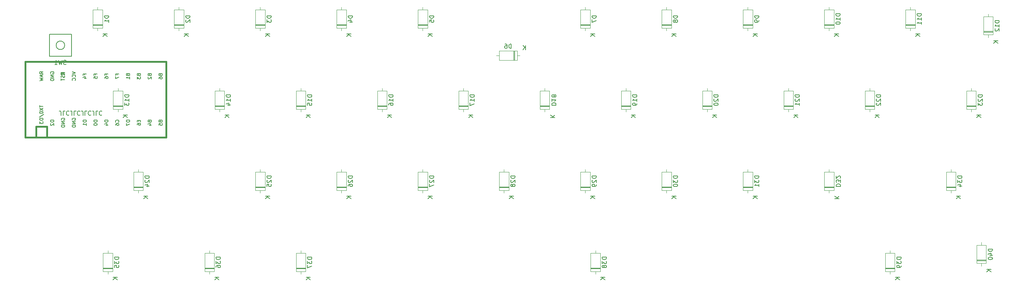
<source format=gbr>
G04 #@! TF.GenerationSoftware,KiCad,Pcbnew,(5.1.4)-1*
G04 #@! TF.CreationDate,2020-10-25T14:57:06-07:00*
G04 #@! TF.ProjectId,cheepcheep,63686565-7063-4686-9565-702e6b696361,rev?*
G04 #@! TF.SameCoordinates,Original*
G04 #@! TF.FileFunction,Legend,Bot*
G04 #@! TF.FilePolarity,Positive*
%FSLAX46Y46*%
G04 Gerber Fmt 4.6, Leading zero omitted, Abs format (unit mm)*
G04 Created by KiCad (PCBNEW (5.1.4)-1) date 2020-10-25 14:57:06*
%MOMM*%
%LPD*%
G04 APERTURE LIST*
%ADD10C,0.150000*%
%ADD11C,0.381000*%
%ADD12C,0.120000*%
G04 APERTURE END LIST*
D10*
X52530952Y-60872619D02*
X52530952Y-60158333D01*
X52483333Y-60015476D01*
X52388095Y-59920238D01*
X52245238Y-59872619D01*
X52150000Y-59872619D01*
X53483333Y-59872619D02*
X53007142Y-59872619D01*
X53007142Y-60872619D01*
X54388095Y-59967857D02*
X54340476Y-59920238D01*
X54197619Y-59872619D01*
X54102380Y-59872619D01*
X53959523Y-59920238D01*
X53864285Y-60015476D01*
X53816666Y-60110714D01*
X53769047Y-60301190D01*
X53769047Y-60444047D01*
X53816666Y-60634523D01*
X53864285Y-60729761D01*
X53959523Y-60825000D01*
X54102380Y-60872619D01*
X54197619Y-60872619D01*
X54340476Y-60825000D01*
X54388095Y-60777380D01*
X55102380Y-60872619D02*
X55102380Y-60158333D01*
X55054761Y-60015476D01*
X54959523Y-59920238D01*
X54816666Y-59872619D01*
X54721428Y-59872619D01*
X56054761Y-59872619D02*
X55578571Y-59872619D01*
X55578571Y-60872619D01*
X56959523Y-59967857D02*
X56911904Y-59920238D01*
X56769047Y-59872619D01*
X56673809Y-59872619D01*
X56530952Y-59920238D01*
X56435714Y-60015476D01*
X56388095Y-60110714D01*
X56340476Y-60301190D01*
X56340476Y-60444047D01*
X56388095Y-60634523D01*
X56435714Y-60729761D01*
X56530952Y-60825000D01*
X56673809Y-60872619D01*
X56769047Y-60872619D01*
X56911904Y-60825000D01*
X56959523Y-60777380D01*
X57673809Y-60872619D02*
X57673809Y-60158333D01*
X57626190Y-60015476D01*
X57530952Y-59920238D01*
X57388095Y-59872619D01*
X57292857Y-59872619D01*
X58626190Y-59872619D02*
X58150000Y-59872619D01*
X58150000Y-60872619D01*
X59530952Y-59967857D02*
X59483333Y-59920238D01*
X59340476Y-59872619D01*
X59245238Y-59872619D01*
X59102380Y-59920238D01*
X59007142Y-60015476D01*
X58959523Y-60110714D01*
X58911904Y-60301190D01*
X58911904Y-60444047D01*
X58959523Y-60634523D01*
X59007142Y-60729761D01*
X59102380Y-60825000D01*
X59245238Y-60872619D01*
X59340476Y-60872619D01*
X59483333Y-60825000D01*
X59530952Y-60777380D01*
X60245238Y-60872619D02*
X60245238Y-60158333D01*
X60197619Y-60015476D01*
X60102380Y-59920238D01*
X59959523Y-59872619D01*
X59864285Y-59872619D01*
X61197619Y-59872619D02*
X60721428Y-59872619D01*
X60721428Y-60872619D01*
X62102380Y-59967857D02*
X62054761Y-59920238D01*
X61911904Y-59872619D01*
X61816666Y-59872619D01*
X61673809Y-59920238D01*
X61578571Y-60015476D01*
X61530952Y-60110714D01*
X61483333Y-60301190D01*
X61483333Y-60444047D01*
X61530952Y-60634523D01*
X61578571Y-60729761D01*
X61673809Y-60825000D01*
X61816666Y-60872619D01*
X61911904Y-60872619D01*
X62054761Y-60825000D01*
X62102380Y-60777380D01*
X54987500Y-41850000D02*
X49787500Y-41850000D01*
X49787500Y-41850000D02*
X49787500Y-47050000D01*
X49787500Y-47050000D02*
X54987500Y-47050000D01*
X54987500Y-47050000D02*
X54987500Y-41850000D01*
X53387500Y-44450000D02*
G75*
G03X53387500Y-44450000I-1000000J0D01*
G01*
D11*
X46672500Y-63500000D02*
X46672500Y-66040000D01*
X44132500Y-48260000D02*
X44132500Y-66040000D01*
X44132500Y-66040000D02*
X77152500Y-66040000D01*
X77152500Y-66040000D02*
X77152500Y-48260000D01*
X77152500Y-48260000D02*
X44132500Y-48260000D01*
D10*
G36*
X52561530Y-51305365D02*
G01*
X52661530Y-51305365D01*
X52661530Y-50805365D01*
X52561530Y-50805365D01*
X52561530Y-51305365D01*
G37*
X52561530Y-51305365D02*
X52661530Y-51305365D01*
X52661530Y-50805365D01*
X52561530Y-50805365D01*
X52561530Y-51305365D01*
G36*
X52561530Y-51305365D02*
G01*
X52861530Y-51305365D01*
X52861530Y-51205365D01*
X52561530Y-51205365D01*
X52561530Y-51305365D01*
G37*
X52561530Y-51305365D02*
X52861530Y-51305365D01*
X52861530Y-51205365D01*
X52561530Y-51205365D01*
X52561530Y-51305365D01*
G36*
X53161530Y-51305365D02*
G01*
X53361530Y-51305365D01*
X53361530Y-51205365D01*
X53161530Y-51205365D01*
X53161530Y-51305365D01*
G37*
X53161530Y-51305365D02*
X53361530Y-51305365D01*
X53361530Y-51205365D01*
X53161530Y-51205365D01*
X53161530Y-51305365D01*
G36*
X52561530Y-50905365D02*
G01*
X53361530Y-50905365D01*
X53361530Y-50805365D01*
X52561530Y-50805365D01*
X52561530Y-50905365D01*
G37*
X52561530Y-50905365D02*
X53361530Y-50905365D01*
X53361530Y-50805365D01*
X52561530Y-50805365D01*
X52561530Y-50905365D01*
G36*
X52961530Y-51105365D02*
G01*
X53061530Y-51105365D01*
X53061530Y-51005365D01*
X52961530Y-51005365D01*
X52961530Y-51105365D01*
G37*
X52961530Y-51105365D02*
X53061530Y-51105365D01*
X53061530Y-51005365D01*
X52961530Y-51005365D01*
X52961530Y-51105365D01*
D11*
X46672500Y-63500000D02*
X49212500Y-63500000D01*
X49212500Y-63500000D02*
X49212500Y-66040000D01*
D12*
X269407500Y-95623750D02*
X267167500Y-95623750D01*
X267167500Y-95623750D02*
X267167500Y-91383750D01*
X267167500Y-91383750D02*
X269407500Y-91383750D01*
X269407500Y-91383750D02*
X269407500Y-95623750D01*
X268287500Y-96273750D02*
X268287500Y-95623750D01*
X268287500Y-90733750D02*
X268287500Y-91383750D01*
X269407500Y-94903750D02*
X267167500Y-94903750D01*
X269407500Y-94783750D02*
X267167500Y-94783750D01*
X269407500Y-95023750D02*
X267167500Y-95023750D01*
X247976250Y-97528750D02*
X245736250Y-97528750D01*
X245736250Y-97528750D02*
X245736250Y-93288750D01*
X245736250Y-93288750D02*
X247976250Y-93288750D01*
X247976250Y-93288750D02*
X247976250Y-97528750D01*
X246856250Y-98178750D02*
X246856250Y-97528750D01*
X246856250Y-92638750D02*
X246856250Y-93288750D01*
X247976250Y-96808750D02*
X245736250Y-96808750D01*
X247976250Y-96688750D02*
X245736250Y-96688750D01*
X247976250Y-96928750D02*
X245736250Y-96928750D01*
X178920000Y-97528750D02*
X176680000Y-97528750D01*
X176680000Y-97528750D02*
X176680000Y-93288750D01*
X176680000Y-93288750D02*
X178920000Y-93288750D01*
X178920000Y-93288750D02*
X178920000Y-97528750D01*
X177800000Y-98178750D02*
X177800000Y-97528750D01*
X177800000Y-92638750D02*
X177800000Y-93288750D01*
X178920000Y-96808750D02*
X176680000Y-96808750D01*
X178920000Y-96688750D02*
X176680000Y-96688750D01*
X178920000Y-96928750D02*
X176680000Y-96928750D01*
X109863750Y-97528750D02*
X107623750Y-97528750D01*
X107623750Y-97528750D02*
X107623750Y-93288750D01*
X107623750Y-93288750D02*
X109863750Y-93288750D01*
X109863750Y-93288750D02*
X109863750Y-97528750D01*
X108743750Y-98178750D02*
X108743750Y-97528750D01*
X108743750Y-92638750D02*
X108743750Y-93288750D01*
X109863750Y-96808750D02*
X107623750Y-96808750D01*
X109863750Y-96688750D02*
X107623750Y-96688750D01*
X109863750Y-96928750D02*
X107623750Y-96928750D01*
X88432500Y-97528750D02*
X86192500Y-97528750D01*
X86192500Y-97528750D02*
X86192500Y-93288750D01*
X86192500Y-93288750D02*
X88432500Y-93288750D01*
X88432500Y-93288750D02*
X88432500Y-97528750D01*
X87312500Y-98178750D02*
X87312500Y-97528750D01*
X87312500Y-92638750D02*
X87312500Y-93288750D01*
X88432500Y-96808750D02*
X86192500Y-96808750D01*
X88432500Y-96688750D02*
X86192500Y-96688750D01*
X88432500Y-96928750D02*
X86192500Y-96928750D01*
X64620000Y-97528750D02*
X62380000Y-97528750D01*
X62380000Y-97528750D02*
X62380000Y-93288750D01*
X62380000Y-93288750D02*
X64620000Y-93288750D01*
X64620000Y-93288750D02*
X64620000Y-97528750D01*
X63500000Y-98178750D02*
X63500000Y-97528750D01*
X63500000Y-92638750D02*
X63500000Y-93288750D01*
X64620000Y-96808750D02*
X62380000Y-96808750D01*
X64620000Y-96688750D02*
X62380000Y-96688750D01*
X64620000Y-96928750D02*
X62380000Y-96928750D01*
X262263750Y-78478750D02*
X260023750Y-78478750D01*
X260023750Y-78478750D02*
X260023750Y-74238750D01*
X260023750Y-74238750D02*
X262263750Y-74238750D01*
X262263750Y-74238750D02*
X262263750Y-78478750D01*
X261143750Y-79128750D02*
X261143750Y-78478750D01*
X261143750Y-73588750D02*
X261143750Y-74238750D01*
X262263750Y-77758750D02*
X260023750Y-77758750D01*
X262263750Y-77638750D02*
X260023750Y-77638750D01*
X262263750Y-77878750D02*
X260023750Y-77878750D01*
X233688750Y-78478750D02*
X231448750Y-78478750D01*
X231448750Y-78478750D02*
X231448750Y-74238750D01*
X231448750Y-74238750D02*
X233688750Y-74238750D01*
X233688750Y-74238750D02*
X233688750Y-78478750D01*
X232568750Y-79128750D02*
X232568750Y-78478750D01*
X232568750Y-73588750D02*
X232568750Y-74238750D01*
X233688750Y-77758750D02*
X231448750Y-77758750D01*
X233688750Y-77638750D02*
X231448750Y-77638750D01*
X233688750Y-77878750D02*
X231448750Y-77878750D01*
X214638750Y-78478750D02*
X212398750Y-78478750D01*
X212398750Y-78478750D02*
X212398750Y-74238750D01*
X212398750Y-74238750D02*
X214638750Y-74238750D01*
X214638750Y-74238750D02*
X214638750Y-78478750D01*
X213518750Y-79128750D02*
X213518750Y-78478750D01*
X213518750Y-73588750D02*
X213518750Y-74238750D01*
X214638750Y-77758750D02*
X212398750Y-77758750D01*
X214638750Y-77638750D02*
X212398750Y-77638750D01*
X214638750Y-77878750D02*
X212398750Y-77878750D01*
X195588750Y-78478750D02*
X193348750Y-78478750D01*
X193348750Y-78478750D02*
X193348750Y-74238750D01*
X193348750Y-74238750D02*
X195588750Y-74238750D01*
X195588750Y-74238750D02*
X195588750Y-78478750D01*
X194468750Y-79128750D02*
X194468750Y-78478750D01*
X194468750Y-73588750D02*
X194468750Y-74238750D01*
X195588750Y-77758750D02*
X193348750Y-77758750D01*
X195588750Y-77638750D02*
X193348750Y-77638750D01*
X195588750Y-77878750D02*
X193348750Y-77878750D01*
X176538750Y-78478750D02*
X174298750Y-78478750D01*
X174298750Y-78478750D02*
X174298750Y-74238750D01*
X174298750Y-74238750D02*
X176538750Y-74238750D01*
X176538750Y-74238750D02*
X176538750Y-78478750D01*
X175418750Y-79128750D02*
X175418750Y-78478750D01*
X175418750Y-73588750D02*
X175418750Y-74238750D01*
X176538750Y-77758750D02*
X174298750Y-77758750D01*
X176538750Y-77638750D02*
X174298750Y-77638750D01*
X176538750Y-77878750D02*
X174298750Y-77878750D01*
X157488750Y-78478750D02*
X155248750Y-78478750D01*
X155248750Y-78478750D02*
X155248750Y-74238750D01*
X155248750Y-74238750D02*
X157488750Y-74238750D01*
X157488750Y-74238750D02*
X157488750Y-78478750D01*
X156368750Y-79128750D02*
X156368750Y-78478750D01*
X156368750Y-73588750D02*
X156368750Y-74238750D01*
X157488750Y-77758750D02*
X155248750Y-77758750D01*
X157488750Y-77638750D02*
X155248750Y-77638750D01*
X157488750Y-77878750D02*
X155248750Y-77878750D01*
X138438750Y-78478750D02*
X136198750Y-78478750D01*
X136198750Y-78478750D02*
X136198750Y-74238750D01*
X136198750Y-74238750D02*
X138438750Y-74238750D01*
X138438750Y-74238750D02*
X138438750Y-78478750D01*
X137318750Y-79128750D02*
X137318750Y-78478750D01*
X137318750Y-73588750D02*
X137318750Y-74238750D01*
X138438750Y-77758750D02*
X136198750Y-77758750D01*
X138438750Y-77638750D02*
X136198750Y-77638750D01*
X138438750Y-77878750D02*
X136198750Y-77878750D01*
X119388750Y-78478750D02*
X117148750Y-78478750D01*
X117148750Y-78478750D02*
X117148750Y-74238750D01*
X117148750Y-74238750D02*
X119388750Y-74238750D01*
X119388750Y-74238750D02*
X119388750Y-78478750D01*
X118268750Y-79128750D02*
X118268750Y-78478750D01*
X118268750Y-73588750D02*
X118268750Y-74238750D01*
X119388750Y-77758750D02*
X117148750Y-77758750D01*
X119388750Y-77638750D02*
X117148750Y-77638750D01*
X119388750Y-77878750D02*
X117148750Y-77878750D01*
X100338750Y-78478750D02*
X98098750Y-78478750D01*
X98098750Y-78478750D02*
X98098750Y-74238750D01*
X98098750Y-74238750D02*
X100338750Y-74238750D01*
X100338750Y-74238750D02*
X100338750Y-78478750D01*
X99218750Y-79128750D02*
X99218750Y-78478750D01*
X99218750Y-73588750D02*
X99218750Y-74238750D01*
X100338750Y-77758750D02*
X98098750Y-77758750D01*
X100338750Y-77638750D02*
X98098750Y-77638750D01*
X100338750Y-77878750D02*
X98098750Y-77878750D01*
X71763750Y-78478750D02*
X69523750Y-78478750D01*
X69523750Y-78478750D02*
X69523750Y-74238750D01*
X69523750Y-74238750D02*
X71763750Y-74238750D01*
X71763750Y-74238750D02*
X71763750Y-78478750D01*
X70643750Y-79128750D02*
X70643750Y-78478750D01*
X70643750Y-73588750D02*
X70643750Y-74238750D01*
X71763750Y-77758750D02*
X69523750Y-77758750D01*
X71763750Y-77638750D02*
X69523750Y-77638750D01*
X71763750Y-77878750D02*
X69523750Y-77878750D01*
X267026250Y-59428750D02*
X264786250Y-59428750D01*
X264786250Y-59428750D02*
X264786250Y-55188750D01*
X264786250Y-55188750D02*
X267026250Y-55188750D01*
X267026250Y-55188750D02*
X267026250Y-59428750D01*
X265906250Y-60078750D02*
X265906250Y-59428750D01*
X265906250Y-54538750D02*
X265906250Y-55188750D01*
X267026250Y-58708750D02*
X264786250Y-58708750D01*
X267026250Y-58588750D02*
X264786250Y-58588750D01*
X267026250Y-58828750D02*
X264786250Y-58828750D01*
X243213750Y-59428750D02*
X240973750Y-59428750D01*
X240973750Y-59428750D02*
X240973750Y-55188750D01*
X240973750Y-55188750D02*
X243213750Y-55188750D01*
X243213750Y-55188750D02*
X243213750Y-59428750D01*
X242093750Y-60078750D02*
X242093750Y-59428750D01*
X242093750Y-54538750D02*
X242093750Y-55188750D01*
X243213750Y-58708750D02*
X240973750Y-58708750D01*
X243213750Y-58588750D02*
X240973750Y-58588750D01*
X243213750Y-58828750D02*
X240973750Y-58828750D01*
X224163750Y-59428750D02*
X221923750Y-59428750D01*
X221923750Y-59428750D02*
X221923750Y-55188750D01*
X221923750Y-55188750D02*
X224163750Y-55188750D01*
X224163750Y-55188750D02*
X224163750Y-59428750D01*
X223043750Y-60078750D02*
X223043750Y-59428750D01*
X223043750Y-54538750D02*
X223043750Y-55188750D01*
X224163750Y-58708750D02*
X221923750Y-58708750D01*
X224163750Y-58588750D02*
X221923750Y-58588750D01*
X224163750Y-58828750D02*
X221923750Y-58828750D01*
X205113750Y-59428750D02*
X202873750Y-59428750D01*
X202873750Y-59428750D02*
X202873750Y-55188750D01*
X202873750Y-55188750D02*
X205113750Y-55188750D01*
X205113750Y-55188750D02*
X205113750Y-59428750D01*
X203993750Y-60078750D02*
X203993750Y-59428750D01*
X203993750Y-54538750D02*
X203993750Y-55188750D01*
X205113750Y-58708750D02*
X202873750Y-58708750D01*
X205113750Y-58588750D02*
X202873750Y-58588750D01*
X205113750Y-58828750D02*
X202873750Y-58828750D01*
X186063750Y-59428750D02*
X183823750Y-59428750D01*
X183823750Y-59428750D02*
X183823750Y-55188750D01*
X183823750Y-55188750D02*
X186063750Y-55188750D01*
X186063750Y-55188750D02*
X186063750Y-59428750D01*
X184943750Y-60078750D02*
X184943750Y-59428750D01*
X184943750Y-54538750D02*
X184943750Y-55188750D01*
X186063750Y-58708750D02*
X183823750Y-58708750D01*
X186063750Y-58588750D02*
X183823750Y-58588750D01*
X186063750Y-58828750D02*
X183823750Y-58828750D01*
X167013750Y-59428750D02*
X164773750Y-59428750D01*
X164773750Y-59428750D02*
X164773750Y-55188750D01*
X164773750Y-55188750D02*
X167013750Y-55188750D01*
X167013750Y-55188750D02*
X167013750Y-59428750D01*
X165893750Y-60078750D02*
X165893750Y-59428750D01*
X165893750Y-54538750D02*
X165893750Y-55188750D01*
X167013750Y-58708750D02*
X164773750Y-58708750D01*
X167013750Y-58588750D02*
X164773750Y-58588750D01*
X167013750Y-58828750D02*
X164773750Y-58828750D01*
X147963750Y-59428750D02*
X145723750Y-59428750D01*
X145723750Y-59428750D02*
X145723750Y-55188750D01*
X145723750Y-55188750D02*
X147963750Y-55188750D01*
X147963750Y-55188750D02*
X147963750Y-59428750D01*
X146843750Y-60078750D02*
X146843750Y-59428750D01*
X146843750Y-54538750D02*
X146843750Y-55188750D01*
X147963750Y-58708750D02*
X145723750Y-58708750D01*
X147963750Y-58588750D02*
X145723750Y-58588750D01*
X147963750Y-58828750D02*
X145723750Y-58828750D01*
X128913750Y-59428750D02*
X126673750Y-59428750D01*
X126673750Y-59428750D02*
X126673750Y-55188750D01*
X126673750Y-55188750D02*
X128913750Y-55188750D01*
X128913750Y-55188750D02*
X128913750Y-59428750D01*
X127793750Y-60078750D02*
X127793750Y-59428750D01*
X127793750Y-54538750D02*
X127793750Y-55188750D01*
X128913750Y-58708750D02*
X126673750Y-58708750D01*
X128913750Y-58588750D02*
X126673750Y-58588750D01*
X128913750Y-58828750D02*
X126673750Y-58828750D01*
X109863750Y-59428750D02*
X107623750Y-59428750D01*
X107623750Y-59428750D02*
X107623750Y-55188750D01*
X107623750Y-55188750D02*
X109863750Y-55188750D01*
X109863750Y-55188750D02*
X109863750Y-59428750D01*
X108743750Y-60078750D02*
X108743750Y-59428750D01*
X108743750Y-54538750D02*
X108743750Y-55188750D01*
X109863750Y-58708750D02*
X107623750Y-58708750D01*
X109863750Y-58588750D02*
X107623750Y-58588750D01*
X109863750Y-58828750D02*
X107623750Y-58828750D01*
X90813750Y-59428750D02*
X88573750Y-59428750D01*
X88573750Y-59428750D02*
X88573750Y-55188750D01*
X88573750Y-55188750D02*
X90813750Y-55188750D01*
X90813750Y-55188750D02*
X90813750Y-59428750D01*
X89693750Y-60078750D02*
X89693750Y-59428750D01*
X89693750Y-54538750D02*
X89693750Y-55188750D01*
X90813750Y-58708750D02*
X88573750Y-58708750D01*
X90813750Y-58588750D02*
X88573750Y-58588750D01*
X90813750Y-58828750D02*
X88573750Y-58828750D01*
X67001250Y-59428750D02*
X64761250Y-59428750D01*
X64761250Y-59428750D02*
X64761250Y-55188750D01*
X64761250Y-55188750D02*
X67001250Y-55188750D01*
X67001250Y-55188750D02*
X67001250Y-59428750D01*
X65881250Y-60078750D02*
X65881250Y-59428750D01*
X65881250Y-54538750D02*
X65881250Y-55188750D01*
X67001250Y-58708750D02*
X64761250Y-58708750D01*
X67001250Y-58588750D02*
X64761250Y-58588750D01*
X67001250Y-58828750D02*
X64761250Y-58828750D01*
X270995000Y-41966250D02*
X268755000Y-41966250D01*
X268755000Y-41966250D02*
X268755000Y-37726250D01*
X268755000Y-37726250D02*
X270995000Y-37726250D01*
X270995000Y-37726250D02*
X270995000Y-41966250D01*
X269875000Y-42616250D02*
X269875000Y-41966250D01*
X269875000Y-37076250D02*
X269875000Y-37726250D01*
X270995000Y-41246250D02*
X268755000Y-41246250D01*
X270995000Y-41126250D02*
X268755000Y-41126250D01*
X270995000Y-41366250D02*
X268755000Y-41366250D01*
X252738750Y-40378750D02*
X250498750Y-40378750D01*
X250498750Y-40378750D02*
X250498750Y-36138750D01*
X250498750Y-36138750D02*
X252738750Y-36138750D01*
X252738750Y-36138750D02*
X252738750Y-40378750D01*
X251618750Y-41028750D02*
X251618750Y-40378750D01*
X251618750Y-35488750D02*
X251618750Y-36138750D01*
X252738750Y-39658750D02*
X250498750Y-39658750D01*
X252738750Y-39538750D02*
X250498750Y-39538750D01*
X252738750Y-39778750D02*
X250498750Y-39778750D01*
X233688750Y-40378750D02*
X231448750Y-40378750D01*
X231448750Y-40378750D02*
X231448750Y-36138750D01*
X231448750Y-36138750D02*
X233688750Y-36138750D01*
X233688750Y-36138750D02*
X233688750Y-40378750D01*
X232568750Y-41028750D02*
X232568750Y-40378750D01*
X232568750Y-35488750D02*
X232568750Y-36138750D01*
X233688750Y-39658750D02*
X231448750Y-39658750D01*
X233688750Y-39538750D02*
X231448750Y-39538750D01*
X233688750Y-39778750D02*
X231448750Y-39778750D01*
X214638750Y-40378750D02*
X212398750Y-40378750D01*
X212398750Y-40378750D02*
X212398750Y-36138750D01*
X212398750Y-36138750D02*
X214638750Y-36138750D01*
X214638750Y-36138750D02*
X214638750Y-40378750D01*
X213518750Y-41028750D02*
X213518750Y-40378750D01*
X213518750Y-35488750D02*
X213518750Y-36138750D01*
X214638750Y-39658750D02*
X212398750Y-39658750D01*
X214638750Y-39538750D02*
X212398750Y-39538750D01*
X214638750Y-39778750D02*
X212398750Y-39778750D01*
X195588750Y-40378750D02*
X193348750Y-40378750D01*
X193348750Y-40378750D02*
X193348750Y-36138750D01*
X193348750Y-36138750D02*
X195588750Y-36138750D01*
X195588750Y-36138750D02*
X195588750Y-40378750D01*
X194468750Y-41028750D02*
X194468750Y-40378750D01*
X194468750Y-35488750D02*
X194468750Y-36138750D01*
X195588750Y-39658750D02*
X193348750Y-39658750D01*
X195588750Y-39538750D02*
X193348750Y-39538750D01*
X195588750Y-39778750D02*
X193348750Y-39778750D01*
X176538750Y-40378750D02*
X174298750Y-40378750D01*
X174298750Y-40378750D02*
X174298750Y-36138750D01*
X174298750Y-36138750D02*
X176538750Y-36138750D01*
X176538750Y-36138750D02*
X176538750Y-40378750D01*
X175418750Y-41028750D02*
X175418750Y-40378750D01*
X175418750Y-35488750D02*
X175418750Y-36138750D01*
X176538750Y-39658750D02*
X174298750Y-39658750D01*
X176538750Y-39538750D02*
X174298750Y-39538750D01*
X176538750Y-39778750D02*
X174298750Y-39778750D01*
X159441250Y-45711250D02*
X159441250Y-47951250D01*
X159441250Y-47951250D02*
X155201250Y-47951250D01*
X155201250Y-47951250D02*
X155201250Y-45711250D01*
X155201250Y-45711250D02*
X159441250Y-45711250D01*
X160091250Y-46831250D02*
X159441250Y-46831250D01*
X154551250Y-46831250D02*
X155201250Y-46831250D01*
X158721250Y-45711250D02*
X158721250Y-47951250D01*
X158601250Y-45711250D02*
X158601250Y-47951250D01*
X158841250Y-45711250D02*
X158841250Y-47951250D01*
X138438750Y-40378750D02*
X136198750Y-40378750D01*
X136198750Y-40378750D02*
X136198750Y-36138750D01*
X136198750Y-36138750D02*
X138438750Y-36138750D01*
X138438750Y-36138750D02*
X138438750Y-40378750D01*
X137318750Y-41028750D02*
X137318750Y-40378750D01*
X137318750Y-35488750D02*
X137318750Y-36138750D01*
X138438750Y-39658750D02*
X136198750Y-39658750D01*
X138438750Y-39538750D02*
X136198750Y-39538750D01*
X138438750Y-39778750D02*
X136198750Y-39778750D01*
X119388750Y-40378750D02*
X117148750Y-40378750D01*
X117148750Y-40378750D02*
X117148750Y-36138750D01*
X117148750Y-36138750D02*
X119388750Y-36138750D01*
X119388750Y-36138750D02*
X119388750Y-40378750D01*
X118268750Y-41028750D02*
X118268750Y-40378750D01*
X118268750Y-35488750D02*
X118268750Y-36138750D01*
X119388750Y-39658750D02*
X117148750Y-39658750D01*
X119388750Y-39538750D02*
X117148750Y-39538750D01*
X119388750Y-39778750D02*
X117148750Y-39778750D01*
X100338750Y-40378750D02*
X98098750Y-40378750D01*
X98098750Y-40378750D02*
X98098750Y-36138750D01*
X98098750Y-36138750D02*
X100338750Y-36138750D01*
X100338750Y-36138750D02*
X100338750Y-40378750D01*
X99218750Y-41028750D02*
X99218750Y-40378750D01*
X99218750Y-35488750D02*
X99218750Y-36138750D01*
X100338750Y-39658750D02*
X98098750Y-39658750D01*
X100338750Y-39538750D02*
X98098750Y-39538750D01*
X100338750Y-39778750D02*
X98098750Y-39778750D01*
X81288750Y-40378750D02*
X79048750Y-40378750D01*
X79048750Y-40378750D02*
X79048750Y-36138750D01*
X79048750Y-36138750D02*
X81288750Y-36138750D01*
X81288750Y-36138750D02*
X81288750Y-40378750D01*
X80168750Y-41028750D02*
X80168750Y-40378750D01*
X80168750Y-35488750D02*
X80168750Y-36138750D01*
X81288750Y-39658750D02*
X79048750Y-39658750D01*
X81288750Y-39538750D02*
X79048750Y-39538750D01*
X81288750Y-39778750D02*
X79048750Y-39778750D01*
X62238750Y-40378750D02*
X59998750Y-40378750D01*
X59998750Y-40378750D02*
X59998750Y-36138750D01*
X59998750Y-36138750D02*
X62238750Y-36138750D01*
X62238750Y-36138750D02*
X62238750Y-40378750D01*
X61118750Y-41028750D02*
X61118750Y-40378750D01*
X61118750Y-35488750D02*
X61118750Y-36138750D01*
X62238750Y-39658750D02*
X59998750Y-39658750D01*
X62238750Y-39538750D02*
X59998750Y-39538750D01*
X62238750Y-39778750D02*
X59998750Y-39778750D01*
D10*
X53720833Y-48918761D02*
X53577976Y-48966380D01*
X53339880Y-48966380D01*
X53244642Y-48918761D01*
X53197023Y-48871142D01*
X53149404Y-48775904D01*
X53149404Y-48680666D01*
X53197023Y-48585428D01*
X53244642Y-48537809D01*
X53339880Y-48490190D01*
X53530357Y-48442571D01*
X53625595Y-48394952D01*
X53673214Y-48347333D01*
X53720833Y-48252095D01*
X53720833Y-48156857D01*
X53673214Y-48061619D01*
X53625595Y-48014000D01*
X53530357Y-47966380D01*
X53292261Y-47966380D01*
X53149404Y-48014000D01*
X52816071Y-47966380D02*
X52577976Y-48966380D01*
X52387500Y-48252095D01*
X52197023Y-48966380D01*
X51958928Y-47966380D01*
X51054166Y-48966380D02*
X51625595Y-48966380D01*
X51339880Y-48966380D02*
X51339880Y-47966380D01*
X51435119Y-48109238D01*
X51530357Y-48204476D01*
X51625595Y-48252095D01*
X53326309Y-51576666D02*
X53364404Y-51690952D01*
X53364404Y-51881428D01*
X53326309Y-51957619D01*
X53288214Y-51995714D01*
X53212023Y-52033809D01*
X53135833Y-52033809D01*
X53059642Y-51995714D01*
X53021547Y-51957619D01*
X52983452Y-51881428D01*
X52945357Y-51729047D01*
X52907261Y-51652857D01*
X52869166Y-51614761D01*
X52792976Y-51576666D01*
X52716785Y-51576666D01*
X52640595Y-51614761D01*
X52602500Y-51652857D01*
X52564404Y-51729047D01*
X52564404Y-51919523D01*
X52602500Y-52033809D01*
X52564404Y-52262380D02*
X52564404Y-52719523D01*
X53364404Y-52490952D02*
X52564404Y-52490952D01*
X47504404Y-58531395D02*
X47504404Y-58988538D01*
X48304404Y-58759967D02*
X47504404Y-58759967D01*
X47504404Y-59179014D02*
X48304404Y-59712348D01*
X47504404Y-59712348D02*
X48304404Y-59179014D01*
X47504404Y-60169491D02*
X47504404Y-60245681D01*
X47542500Y-60321872D01*
X47580595Y-60359967D01*
X47656785Y-60398062D01*
X47809166Y-60436157D01*
X47999642Y-60436157D01*
X48152023Y-60398062D01*
X48228214Y-60359967D01*
X48266309Y-60321872D01*
X48304404Y-60245681D01*
X48304404Y-60169491D01*
X48266309Y-60093300D01*
X48228214Y-60055205D01*
X48152023Y-60017110D01*
X47999642Y-59979014D01*
X47809166Y-59979014D01*
X47656785Y-60017110D01*
X47580595Y-60055205D01*
X47542500Y-60093300D01*
X47504404Y-60169491D01*
X47466309Y-61350443D02*
X48494880Y-60664729D01*
X48304404Y-61617110D02*
X47504404Y-61617110D01*
X47504404Y-61807586D01*
X47542500Y-61921872D01*
X47618690Y-61998062D01*
X47694880Y-62036157D01*
X47847261Y-62074252D01*
X47961547Y-62074252D01*
X48113928Y-62036157D01*
X48190119Y-61998062D01*
X48266309Y-61921872D01*
X48304404Y-61807586D01*
X48304404Y-61617110D01*
X47504404Y-62340919D02*
X47504404Y-62836157D01*
X47809166Y-62569491D01*
X47809166Y-62683776D01*
X47847261Y-62759967D01*
X47885357Y-62798062D01*
X47961547Y-62836157D01*
X48152023Y-62836157D01*
X48228214Y-62798062D01*
X48266309Y-62759967D01*
X48304404Y-62683776D01*
X48304404Y-62455205D01*
X48266309Y-62379014D01*
X48228214Y-62340919D01*
X73285357Y-51365190D02*
X73323452Y-51479476D01*
X73361547Y-51517571D01*
X73437738Y-51555666D01*
X73552023Y-51555666D01*
X73628214Y-51517571D01*
X73666309Y-51479476D01*
X73704404Y-51403285D01*
X73704404Y-51098523D01*
X72904404Y-51098523D01*
X72904404Y-51365190D01*
X72942500Y-51441380D01*
X72980595Y-51479476D01*
X73056785Y-51517571D01*
X73132976Y-51517571D01*
X73209166Y-51479476D01*
X73247261Y-51441380D01*
X73285357Y-51365190D01*
X73285357Y-51098523D01*
X72980595Y-51860428D02*
X72942500Y-51898523D01*
X72904404Y-51974714D01*
X72904404Y-52165190D01*
X72942500Y-52241380D01*
X72980595Y-52279476D01*
X73056785Y-52317571D01*
X73132976Y-52317571D01*
X73247261Y-52279476D01*
X73704404Y-51822333D01*
X73704404Y-52317571D01*
X65665357Y-51422333D02*
X65665357Y-51155666D01*
X66084404Y-51155666D02*
X65284404Y-51155666D01*
X65284404Y-51536619D01*
X65284404Y-51765190D02*
X65284404Y-52298523D01*
X66084404Y-51955666D01*
X63125357Y-51422333D02*
X63125357Y-51155666D01*
X63544404Y-51155666D02*
X62744404Y-51155666D01*
X62744404Y-51536619D01*
X62744404Y-52184238D02*
X62744404Y-52031857D01*
X62782500Y-51955666D01*
X62820595Y-51917571D01*
X62934880Y-51841380D01*
X63087261Y-51803285D01*
X63392023Y-51803285D01*
X63468214Y-51841380D01*
X63506309Y-51879476D01*
X63544404Y-51955666D01*
X63544404Y-52108047D01*
X63506309Y-52184238D01*
X63468214Y-52222333D01*
X63392023Y-52260428D01*
X63201547Y-52260428D01*
X63125357Y-52222333D01*
X63087261Y-52184238D01*
X63049166Y-52108047D01*
X63049166Y-51955666D01*
X63087261Y-51879476D01*
X63125357Y-51841380D01*
X63201547Y-51803285D01*
X60585357Y-51422333D02*
X60585357Y-51155666D01*
X61004404Y-51155666D02*
X60204404Y-51155666D01*
X60204404Y-51536619D01*
X60204404Y-52222333D02*
X60204404Y-51841380D01*
X60585357Y-51803285D01*
X60547261Y-51841380D01*
X60509166Y-51917571D01*
X60509166Y-52108047D01*
X60547261Y-52184238D01*
X60585357Y-52222333D01*
X60661547Y-52260428D01*
X60852023Y-52260428D01*
X60928214Y-52222333D01*
X60966309Y-52184238D01*
X61004404Y-52108047D01*
X61004404Y-51917571D01*
X60966309Y-51841380D01*
X60928214Y-51803285D01*
X48304404Y-51136619D02*
X47923452Y-50869952D01*
X48304404Y-50679476D02*
X47504404Y-50679476D01*
X47504404Y-50984238D01*
X47542500Y-51060428D01*
X47580595Y-51098523D01*
X47656785Y-51136619D01*
X47771071Y-51136619D01*
X47847261Y-51098523D01*
X47885357Y-51060428D01*
X47923452Y-50984238D01*
X47923452Y-50679476D01*
X48075833Y-51441380D02*
X48075833Y-51822333D01*
X48304404Y-51365190D02*
X47504404Y-51631857D01*
X48304404Y-51898523D01*
X47504404Y-52089000D02*
X48304404Y-52279476D01*
X47732976Y-52431857D01*
X48304404Y-52584238D01*
X47504404Y-52774714D01*
X50082500Y-51079476D02*
X50044404Y-51003285D01*
X50044404Y-50889000D01*
X50082500Y-50774714D01*
X50158690Y-50698523D01*
X50234880Y-50660428D01*
X50387261Y-50622333D01*
X50501547Y-50622333D01*
X50653928Y-50660428D01*
X50730119Y-50698523D01*
X50806309Y-50774714D01*
X50844404Y-50889000D01*
X50844404Y-50965190D01*
X50806309Y-51079476D01*
X50768214Y-51117571D01*
X50501547Y-51117571D01*
X50501547Y-50965190D01*
X50844404Y-51460428D02*
X50044404Y-51460428D01*
X50844404Y-51917571D01*
X50044404Y-51917571D01*
X50844404Y-52298523D02*
X50044404Y-52298523D01*
X50044404Y-52489000D01*
X50082500Y-52603285D01*
X50158690Y-52679476D01*
X50234880Y-52717571D01*
X50387261Y-52755666D01*
X50501547Y-52755666D01*
X50653928Y-52717571D01*
X50730119Y-52679476D01*
X50806309Y-52603285D01*
X50844404Y-52489000D01*
X50844404Y-52298523D01*
X55124404Y-50622333D02*
X55924404Y-50889000D01*
X55124404Y-51155666D01*
X55848214Y-51879476D02*
X55886309Y-51841380D01*
X55924404Y-51727095D01*
X55924404Y-51650904D01*
X55886309Y-51536619D01*
X55810119Y-51460428D01*
X55733928Y-51422333D01*
X55581547Y-51384238D01*
X55467261Y-51384238D01*
X55314880Y-51422333D01*
X55238690Y-51460428D01*
X55162500Y-51536619D01*
X55124404Y-51650904D01*
X55124404Y-51727095D01*
X55162500Y-51841380D01*
X55200595Y-51879476D01*
X55848214Y-52679476D02*
X55886309Y-52641380D01*
X55924404Y-52527095D01*
X55924404Y-52450904D01*
X55886309Y-52336619D01*
X55810119Y-52260428D01*
X55733928Y-52222333D01*
X55581547Y-52184238D01*
X55467261Y-52184238D01*
X55314880Y-52222333D01*
X55238690Y-52260428D01*
X55162500Y-52336619D01*
X55124404Y-52450904D01*
X55124404Y-52527095D01*
X55162500Y-52641380D01*
X55200595Y-52679476D01*
X58045357Y-51422333D02*
X58045357Y-51155666D01*
X58464404Y-51155666D02*
X57664404Y-51155666D01*
X57664404Y-51536619D01*
X57931071Y-52184238D02*
X58464404Y-52184238D01*
X57626309Y-51993761D02*
X58197738Y-51803285D01*
X58197738Y-52298523D01*
X68205357Y-51365190D02*
X68243452Y-51479476D01*
X68281547Y-51517571D01*
X68357738Y-51555666D01*
X68472023Y-51555666D01*
X68548214Y-51517571D01*
X68586309Y-51479476D01*
X68624404Y-51403285D01*
X68624404Y-51098523D01*
X67824404Y-51098523D01*
X67824404Y-51365190D01*
X67862500Y-51441380D01*
X67900595Y-51479476D01*
X67976785Y-51517571D01*
X68052976Y-51517571D01*
X68129166Y-51479476D01*
X68167261Y-51441380D01*
X68205357Y-51365190D01*
X68205357Y-51098523D01*
X68624404Y-52317571D02*
X68624404Y-51860428D01*
X68624404Y-52089000D02*
X67824404Y-52089000D01*
X67938690Y-52012809D01*
X68014880Y-51936619D01*
X68052976Y-51860428D01*
X70745357Y-51365190D02*
X70783452Y-51479476D01*
X70821547Y-51517571D01*
X70897738Y-51555666D01*
X71012023Y-51555666D01*
X71088214Y-51517571D01*
X71126309Y-51479476D01*
X71164404Y-51403285D01*
X71164404Y-51098523D01*
X70364404Y-51098523D01*
X70364404Y-51365190D01*
X70402500Y-51441380D01*
X70440595Y-51479476D01*
X70516785Y-51517571D01*
X70592976Y-51517571D01*
X70669166Y-51479476D01*
X70707261Y-51441380D01*
X70745357Y-51365190D01*
X70745357Y-51098523D01*
X70364404Y-51822333D02*
X70364404Y-52317571D01*
X70669166Y-52050904D01*
X70669166Y-52165190D01*
X70707261Y-52241380D01*
X70745357Y-52279476D01*
X70821547Y-52317571D01*
X71012023Y-52317571D01*
X71088214Y-52279476D01*
X71126309Y-52241380D01*
X71164404Y-52165190D01*
X71164404Y-51936619D01*
X71126309Y-51860428D01*
X71088214Y-51822333D01*
X75825357Y-51365190D02*
X75863452Y-51479476D01*
X75901547Y-51517571D01*
X75977738Y-51555666D01*
X76092023Y-51555666D01*
X76168214Y-51517571D01*
X76206309Y-51479476D01*
X76244404Y-51403285D01*
X76244404Y-51098523D01*
X75444404Y-51098523D01*
X75444404Y-51365190D01*
X75482500Y-51441380D01*
X75520595Y-51479476D01*
X75596785Y-51517571D01*
X75672976Y-51517571D01*
X75749166Y-51479476D01*
X75787261Y-51441380D01*
X75825357Y-51365190D01*
X75825357Y-51098523D01*
X75444404Y-52241380D02*
X75444404Y-52089000D01*
X75482500Y-52012809D01*
X75520595Y-51974714D01*
X75634880Y-51898523D01*
X75787261Y-51860428D01*
X76092023Y-51860428D01*
X76168214Y-51898523D01*
X76206309Y-51936619D01*
X76244404Y-52012809D01*
X76244404Y-52165190D01*
X76206309Y-52241380D01*
X76168214Y-52279476D01*
X76092023Y-52317571D01*
X75901547Y-52317571D01*
X75825357Y-52279476D01*
X75787261Y-52241380D01*
X75749166Y-52165190D01*
X75749166Y-52012809D01*
X75787261Y-51936619D01*
X75825357Y-51898523D01*
X75901547Y-51860428D01*
X75825357Y-62287190D02*
X75863452Y-62401476D01*
X75901547Y-62439571D01*
X75977738Y-62477666D01*
X76092023Y-62477666D01*
X76168214Y-62439571D01*
X76206309Y-62401476D01*
X76244404Y-62325285D01*
X76244404Y-62020523D01*
X75444404Y-62020523D01*
X75444404Y-62287190D01*
X75482500Y-62363380D01*
X75520595Y-62401476D01*
X75596785Y-62439571D01*
X75672976Y-62439571D01*
X75749166Y-62401476D01*
X75787261Y-62363380D01*
X75825357Y-62287190D01*
X75825357Y-62020523D01*
X75444404Y-63201476D02*
X75444404Y-62820523D01*
X75825357Y-62782428D01*
X75787261Y-62820523D01*
X75749166Y-62896714D01*
X75749166Y-63087190D01*
X75787261Y-63163380D01*
X75825357Y-63201476D01*
X75901547Y-63239571D01*
X76092023Y-63239571D01*
X76168214Y-63201476D01*
X76206309Y-63163380D01*
X76244404Y-63087190D01*
X76244404Y-62896714D01*
X76206309Y-62820523D01*
X76168214Y-62782428D01*
X73285357Y-62287190D02*
X73323452Y-62401476D01*
X73361547Y-62439571D01*
X73437738Y-62477666D01*
X73552023Y-62477666D01*
X73628214Y-62439571D01*
X73666309Y-62401476D01*
X73704404Y-62325285D01*
X73704404Y-62020523D01*
X72904404Y-62020523D01*
X72904404Y-62287190D01*
X72942500Y-62363380D01*
X72980595Y-62401476D01*
X73056785Y-62439571D01*
X73132976Y-62439571D01*
X73209166Y-62401476D01*
X73247261Y-62363380D01*
X73285357Y-62287190D01*
X73285357Y-62020523D01*
X73171071Y-63163380D02*
X73704404Y-63163380D01*
X72866309Y-62972904D02*
X73437738Y-62782428D01*
X73437738Y-63277666D01*
X70745357Y-62058619D02*
X70745357Y-62325285D01*
X71164404Y-62439571D02*
X71164404Y-62058619D01*
X70364404Y-62058619D01*
X70364404Y-62439571D01*
X70364404Y-63125285D02*
X70364404Y-62972904D01*
X70402500Y-62896714D01*
X70440595Y-62858619D01*
X70554880Y-62782428D01*
X70707261Y-62744333D01*
X71012023Y-62744333D01*
X71088214Y-62782428D01*
X71126309Y-62820523D01*
X71164404Y-62896714D01*
X71164404Y-63049095D01*
X71126309Y-63125285D01*
X71088214Y-63163380D01*
X71012023Y-63201476D01*
X70821547Y-63201476D01*
X70745357Y-63163380D01*
X70707261Y-63125285D01*
X70669166Y-63049095D01*
X70669166Y-62896714D01*
X70707261Y-62820523D01*
X70745357Y-62782428D01*
X70821547Y-62744333D01*
X68624404Y-62020523D02*
X67824404Y-62020523D01*
X67824404Y-62211000D01*
X67862500Y-62325285D01*
X67938690Y-62401476D01*
X68014880Y-62439571D01*
X68167261Y-62477666D01*
X68281547Y-62477666D01*
X68433928Y-62439571D01*
X68510119Y-62401476D01*
X68586309Y-62325285D01*
X68624404Y-62211000D01*
X68624404Y-62020523D01*
X67824404Y-62744333D02*
X67824404Y-63277666D01*
X68624404Y-62934809D01*
X66008214Y-62477666D02*
X66046309Y-62439571D01*
X66084404Y-62325285D01*
X66084404Y-62249095D01*
X66046309Y-62134809D01*
X65970119Y-62058619D01*
X65893928Y-62020523D01*
X65741547Y-61982428D01*
X65627261Y-61982428D01*
X65474880Y-62020523D01*
X65398690Y-62058619D01*
X65322500Y-62134809D01*
X65284404Y-62249095D01*
X65284404Y-62325285D01*
X65322500Y-62439571D01*
X65360595Y-62477666D01*
X65284404Y-63163380D02*
X65284404Y-63011000D01*
X65322500Y-62934809D01*
X65360595Y-62896714D01*
X65474880Y-62820523D01*
X65627261Y-62782428D01*
X65932023Y-62782428D01*
X66008214Y-62820523D01*
X66046309Y-62858619D01*
X66084404Y-62934809D01*
X66084404Y-63087190D01*
X66046309Y-63163380D01*
X66008214Y-63201476D01*
X65932023Y-63239571D01*
X65741547Y-63239571D01*
X65665357Y-63201476D01*
X65627261Y-63163380D01*
X65589166Y-63087190D01*
X65589166Y-62934809D01*
X65627261Y-62858619D01*
X65665357Y-62820523D01*
X65741547Y-62782428D01*
X63544404Y-62020523D02*
X62744404Y-62020523D01*
X62744404Y-62211000D01*
X62782500Y-62325285D01*
X62858690Y-62401476D01*
X62934880Y-62439571D01*
X63087261Y-62477666D01*
X63201547Y-62477666D01*
X63353928Y-62439571D01*
X63430119Y-62401476D01*
X63506309Y-62325285D01*
X63544404Y-62211000D01*
X63544404Y-62020523D01*
X63011071Y-63163380D02*
X63544404Y-63163380D01*
X62706309Y-62972904D02*
X63277738Y-62782428D01*
X63277738Y-63277666D01*
X52622500Y-62001476D02*
X52584404Y-61925285D01*
X52584404Y-61811000D01*
X52622500Y-61696714D01*
X52698690Y-61620523D01*
X52774880Y-61582428D01*
X52927261Y-61544333D01*
X53041547Y-61544333D01*
X53193928Y-61582428D01*
X53270119Y-61620523D01*
X53346309Y-61696714D01*
X53384404Y-61811000D01*
X53384404Y-61887190D01*
X53346309Y-62001476D01*
X53308214Y-62039571D01*
X53041547Y-62039571D01*
X53041547Y-61887190D01*
X53384404Y-62382428D02*
X52584404Y-62382428D01*
X53384404Y-62839571D01*
X52584404Y-62839571D01*
X53384404Y-63220523D02*
X52584404Y-63220523D01*
X52584404Y-63411000D01*
X52622500Y-63525285D01*
X52698690Y-63601476D01*
X52774880Y-63639571D01*
X52927261Y-63677666D01*
X53041547Y-63677666D01*
X53193928Y-63639571D01*
X53270119Y-63601476D01*
X53346309Y-63525285D01*
X53384404Y-63411000D01*
X53384404Y-63220523D01*
X55162500Y-62001476D02*
X55124404Y-61925285D01*
X55124404Y-61811000D01*
X55162500Y-61696714D01*
X55238690Y-61620523D01*
X55314880Y-61582428D01*
X55467261Y-61544333D01*
X55581547Y-61544333D01*
X55733928Y-61582428D01*
X55810119Y-61620523D01*
X55886309Y-61696714D01*
X55924404Y-61811000D01*
X55924404Y-61887190D01*
X55886309Y-62001476D01*
X55848214Y-62039571D01*
X55581547Y-62039571D01*
X55581547Y-61887190D01*
X55924404Y-62382428D02*
X55124404Y-62382428D01*
X55924404Y-62839571D01*
X55124404Y-62839571D01*
X55924404Y-63220523D02*
X55124404Y-63220523D01*
X55124404Y-63411000D01*
X55162500Y-63525285D01*
X55238690Y-63601476D01*
X55314880Y-63639571D01*
X55467261Y-63677666D01*
X55581547Y-63677666D01*
X55733928Y-63639571D01*
X55810119Y-63601476D01*
X55886309Y-63525285D01*
X55924404Y-63411000D01*
X55924404Y-63220523D01*
X58464404Y-62020523D02*
X57664404Y-62020523D01*
X57664404Y-62211000D01*
X57702500Y-62325285D01*
X57778690Y-62401476D01*
X57854880Y-62439571D01*
X58007261Y-62477666D01*
X58121547Y-62477666D01*
X58273928Y-62439571D01*
X58350119Y-62401476D01*
X58426309Y-62325285D01*
X58464404Y-62211000D01*
X58464404Y-62020523D01*
X58464404Y-63239571D02*
X58464404Y-62782428D01*
X58464404Y-63011000D02*
X57664404Y-63011000D01*
X57778690Y-62934809D01*
X57854880Y-62858619D01*
X57892976Y-62782428D01*
X61004404Y-62020523D02*
X60204404Y-62020523D01*
X60204404Y-62211000D01*
X60242500Y-62325285D01*
X60318690Y-62401476D01*
X60394880Y-62439571D01*
X60547261Y-62477666D01*
X60661547Y-62477666D01*
X60813928Y-62439571D01*
X60890119Y-62401476D01*
X60966309Y-62325285D01*
X61004404Y-62211000D01*
X61004404Y-62020523D01*
X60204404Y-62972904D02*
X60204404Y-63049095D01*
X60242500Y-63125285D01*
X60280595Y-63163380D01*
X60356785Y-63201476D01*
X60509166Y-63239571D01*
X60699642Y-63239571D01*
X60852023Y-63201476D01*
X60928214Y-63163380D01*
X60966309Y-63125285D01*
X61004404Y-63049095D01*
X61004404Y-62972904D01*
X60966309Y-62896714D01*
X60928214Y-62858619D01*
X60852023Y-62820523D01*
X60699642Y-62782428D01*
X60509166Y-62782428D01*
X60356785Y-62820523D01*
X60280595Y-62858619D01*
X60242500Y-62896714D01*
X60204404Y-62972904D01*
X50844404Y-62020523D02*
X50044404Y-62020523D01*
X50044404Y-62211000D01*
X50082500Y-62325285D01*
X50158690Y-62401476D01*
X50234880Y-62439571D01*
X50387261Y-62477666D01*
X50501547Y-62477666D01*
X50653928Y-62439571D01*
X50730119Y-62401476D01*
X50806309Y-62325285D01*
X50844404Y-62211000D01*
X50844404Y-62020523D01*
X50120595Y-62782428D02*
X50082500Y-62820523D01*
X50044404Y-62896714D01*
X50044404Y-63087190D01*
X50082500Y-63163380D01*
X50120595Y-63201476D01*
X50196785Y-63239571D01*
X50272976Y-63239571D01*
X50387261Y-63201476D01*
X50844404Y-62744333D01*
X50844404Y-63239571D01*
X270859880Y-92289464D02*
X269859880Y-92289464D01*
X269859880Y-92527559D01*
X269907500Y-92670416D01*
X270002738Y-92765654D01*
X270097976Y-92813273D01*
X270288452Y-92860892D01*
X270431309Y-92860892D01*
X270621785Y-92813273D01*
X270717023Y-92765654D01*
X270812261Y-92670416D01*
X270859880Y-92527559D01*
X270859880Y-92289464D01*
X270193214Y-93718035D02*
X270859880Y-93718035D01*
X269812261Y-93479940D02*
X270526547Y-93241845D01*
X270526547Y-93860892D01*
X269859880Y-94432321D02*
X269859880Y-94527559D01*
X269907500Y-94622797D01*
X269955119Y-94670416D01*
X270050357Y-94718035D01*
X270240833Y-94765654D01*
X270478928Y-94765654D01*
X270669404Y-94718035D01*
X270764642Y-94670416D01*
X270812261Y-94622797D01*
X270859880Y-94527559D01*
X270859880Y-94432321D01*
X270812261Y-94337083D01*
X270764642Y-94289464D01*
X270669404Y-94241845D01*
X270478928Y-94194226D01*
X270240833Y-94194226D01*
X270050357Y-94241845D01*
X269955119Y-94289464D01*
X269907500Y-94337083D01*
X269859880Y-94432321D01*
X270539880Y-97051845D02*
X269539880Y-97051845D01*
X270539880Y-97623273D02*
X269968452Y-97194702D01*
X269539880Y-97623273D02*
X270111309Y-97051845D01*
X249428630Y-94194464D02*
X248428630Y-94194464D01*
X248428630Y-94432559D01*
X248476250Y-94575416D01*
X248571488Y-94670654D01*
X248666726Y-94718273D01*
X248857202Y-94765892D01*
X249000059Y-94765892D01*
X249190535Y-94718273D01*
X249285773Y-94670654D01*
X249381011Y-94575416D01*
X249428630Y-94432559D01*
X249428630Y-94194464D01*
X248428630Y-95099226D02*
X248428630Y-95718273D01*
X248809583Y-95384940D01*
X248809583Y-95527797D01*
X248857202Y-95623035D01*
X248904821Y-95670654D01*
X249000059Y-95718273D01*
X249238154Y-95718273D01*
X249333392Y-95670654D01*
X249381011Y-95623035D01*
X249428630Y-95527797D01*
X249428630Y-95242083D01*
X249381011Y-95146845D01*
X249333392Y-95099226D01*
X249428630Y-96194464D02*
X249428630Y-96384940D01*
X249381011Y-96480178D01*
X249333392Y-96527797D01*
X249190535Y-96623035D01*
X249000059Y-96670654D01*
X248619107Y-96670654D01*
X248523869Y-96623035D01*
X248476250Y-96575416D01*
X248428630Y-96480178D01*
X248428630Y-96289702D01*
X248476250Y-96194464D01*
X248523869Y-96146845D01*
X248619107Y-96099226D01*
X248857202Y-96099226D01*
X248952440Y-96146845D01*
X249000059Y-96194464D01*
X249047678Y-96289702D01*
X249047678Y-96480178D01*
X249000059Y-96575416D01*
X248952440Y-96623035D01*
X248857202Y-96670654D01*
X249108630Y-98956845D02*
X248108630Y-98956845D01*
X249108630Y-99528273D02*
X248537202Y-99099702D01*
X248108630Y-99528273D02*
X248680059Y-98956845D01*
X180372380Y-94194464D02*
X179372380Y-94194464D01*
X179372380Y-94432559D01*
X179420000Y-94575416D01*
X179515238Y-94670654D01*
X179610476Y-94718273D01*
X179800952Y-94765892D01*
X179943809Y-94765892D01*
X180134285Y-94718273D01*
X180229523Y-94670654D01*
X180324761Y-94575416D01*
X180372380Y-94432559D01*
X180372380Y-94194464D01*
X179372380Y-95099226D02*
X179372380Y-95718273D01*
X179753333Y-95384940D01*
X179753333Y-95527797D01*
X179800952Y-95623035D01*
X179848571Y-95670654D01*
X179943809Y-95718273D01*
X180181904Y-95718273D01*
X180277142Y-95670654D01*
X180324761Y-95623035D01*
X180372380Y-95527797D01*
X180372380Y-95242083D01*
X180324761Y-95146845D01*
X180277142Y-95099226D01*
X179800952Y-96289702D02*
X179753333Y-96194464D01*
X179705714Y-96146845D01*
X179610476Y-96099226D01*
X179562857Y-96099226D01*
X179467619Y-96146845D01*
X179420000Y-96194464D01*
X179372380Y-96289702D01*
X179372380Y-96480178D01*
X179420000Y-96575416D01*
X179467619Y-96623035D01*
X179562857Y-96670654D01*
X179610476Y-96670654D01*
X179705714Y-96623035D01*
X179753333Y-96575416D01*
X179800952Y-96480178D01*
X179800952Y-96289702D01*
X179848571Y-96194464D01*
X179896190Y-96146845D01*
X179991428Y-96099226D01*
X180181904Y-96099226D01*
X180277142Y-96146845D01*
X180324761Y-96194464D01*
X180372380Y-96289702D01*
X180372380Y-96480178D01*
X180324761Y-96575416D01*
X180277142Y-96623035D01*
X180181904Y-96670654D01*
X179991428Y-96670654D01*
X179896190Y-96623035D01*
X179848571Y-96575416D01*
X179800952Y-96480178D01*
X180052380Y-98956845D02*
X179052380Y-98956845D01*
X180052380Y-99528273D02*
X179480952Y-99099702D01*
X179052380Y-99528273D02*
X179623809Y-98956845D01*
X111316130Y-94194464D02*
X110316130Y-94194464D01*
X110316130Y-94432559D01*
X110363750Y-94575416D01*
X110458988Y-94670654D01*
X110554226Y-94718273D01*
X110744702Y-94765892D01*
X110887559Y-94765892D01*
X111078035Y-94718273D01*
X111173273Y-94670654D01*
X111268511Y-94575416D01*
X111316130Y-94432559D01*
X111316130Y-94194464D01*
X110316130Y-95099226D02*
X110316130Y-95718273D01*
X110697083Y-95384940D01*
X110697083Y-95527797D01*
X110744702Y-95623035D01*
X110792321Y-95670654D01*
X110887559Y-95718273D01*
X111125654Y-95718273D01*
X111220892Y-95670654D01*
X111268511Y-95623035D01*
X111316130Y-95527797D01*
X111316130Y-95242083D01*
X111268511Y-95146845D01*
X111220892Y-95099226D01*
X110316130Y-96051607D02*
X110316130Y-96718273D01*
X111316130Y-96289702D01*
X110996130Y-98956845D02*
X109996130Y-98956845D01*
X110996130Y-99528273D02*
X110424702Y-99099702D01*
X109996130Y-99528273D02*
X110567559Y-98956845D01*
X89884880Y-94194464D02*
X88884880Y-94194464D01*
X88884880Y-94432559D01*
X88932500Y-94575416D01*
X89027738Y-94670654D01*
X89122976Y-94718273D01*
X89313452Y-94765892D01*
X89456309Y-94765892D01*
X89646785Y-94718273D01*
X89742023Y-94670654D01*
X89837261Y-94575416D01*
X89884880Y-94432559D01*
X89884880Y-94194464D01*
X88884880Y-95099226D02*
X88884880Y-95718273D01*
X89265833Y-95384940D01*
X89265833Y-95527797D01*
X89313452Y-95623035D01*
X89361071Y-95670654D01*
X89456309Y-95718273D01*
X89694404Y-95718273D01*
X89789642Y-95670654D01*
X89837261Y-95623035D01*
X89884880Y-95527797D01*
X89884880Y-95242083D01*
X89837261Y-95146845D01*
X89789642Y-95099226D01*
X88884880Y-96575416D02*
X88884880Y-96384940D01*
X88932500Y-96289702D01*
X88980119Y-96242083D01*
X89122976Y-96146845D01*
X89313452Y-96099226D01*
X89694404Y-96099226D01*
X89789642Y-96146845D01*
X89837261Y-96194464D01*
X89884880Y-96289702D01*
X89884880Y-96480178D01*
X89837261Y-96575416D01*
X89789642Y-96623035D01*
X89694404Y-96670654D01*
X89456309Y-96670654D01*
X89361071Y-96623035D01*
X89313452Y-96575416D01*
X89265833Y-96480178D01*
X89265833Y-96289702D01*
X89313452Y-96194464D01*
X89361071Y-96146845D01*
X89456309Y-96099226D01*
X89564880Y-98956845D02*
X88564880Y-98956845D01*
X89564880Y-99528273D02*
X88993452Y-99099702D01*
X88564880Y-99528273D02*
X89136309Y-98956845D01*
X66072380Y-94194464D02*
X65072380Y-94194464D01*
X65072380Y-94432559D01*
X65120000Y-94575416D01*
X65215238Y-94670654D01*
X65310476Y-94718273D01*
X65500952Y-94765892D01*
X65643809Y-94765892D01*
X65834285Y-94718273D01*
X65929523Y-94670654D01*
X66024761Y-94575416D01*
X66072380Y-94432559D01*
X66072380Y-94194464D01*
X65072380Y-95099226D02*
X65072380Y-95718273D01*
X65453333Y-95384940D01*
X65453333Y-95527797D01*
X65500952Y-95623035D01*
X65548571Y-95670654D01*
X65643809Y-95718273D01*
X65881904Y-95718273D01*
X65977142Y-95670654D01*
X66024761Y-95623035D01*
X66072380Y-95527797D01*
X66072380Y-95242083D01*
X66024761Y-95146845D01*
X65977142Y-95099226D01*
X65072380Y-96623035D02*
X65072380Y-96146845D01*
X65548571Y-96099226D01*
X65500952Y-96146845D01*
X65453333Y-96242083D01*
X65453333Y-96480178D01*
X65500952Y-96575416D01*
X65548571Y-96623035D01*
X65643809Y-96670654D01*
X65881904Y-96670654D01*
X65977142Y-96623035D01*
X66024761Y-96575416D01*
X66072380Y-96480178D01*
X66072380Y-96242083D01*
X66024761Y-96146845D01*
X65977142Y-96099226D01*
X65752380Y-98956845D02*
X64752380Y-98956845D01*
X65752380Y-99528273D02*
X65180952Y-99099702D01*
X64752380Y-99528273D02*
X65323809Y-98956845D01*
X263716130Y-75144464D02*
X262716130Y-75144464D01*
X262716130Y-75382559D01*
X262763750Y-75525416D01*
X262858988Y-75620654D01*
X262954226Y-75668273D01*
X263144702Y-75715892D01*
X263287559Y-75715892D01*
X263478035Y-75668273D01*
X263573273Y-75620654D01*
X263668511Y-75525416D01*
X263716130Y-75382559D01*
X263716130Y-75144464D01*
X262716130Y-76049226D02*
X262716130Y-76668273D01*
X263097083Y-76334940D01*
X263097083Y-76477797D01*
X263144702Y-76573035D01*
X263192321Y-76620654D01*
X263287559Y-76668273D01*
X263525654Y-76668273D01*
X263620892Y-76620654D01*
X263668511Y-76573035D01*
X263716130Y-76477797D01*
X263716130Y-76192083D01*
X263668511Y-76096845D01*
X263620892Y-76049226D01*
X263049464Y-77525416D02*
X263716130Y-77525416D01*
X262668511Y-77287321D02*
X263382797Y-77049226D01*
X263382797Y-77668273D01*
X263396130Y-79906845D02*
X262396130Y-79906845D01*
X263396130Y-80478273D02*
X262824702Y-80049702D01*
X262396130Y-80478273D02*
X262967559Y-79906845D01*
X234236369Y-77573035D02*
X235236369Y-77573035D01*
X235236369Y-77334940D01*
X235188750Y-77192083D01*
X235093511Y-77096845D01*
X234998273Y-77049226D01*
X234807797Y-77001607D01*
X234664940Y-77001607D01*
X234474464Y-77049226D01*
X234379226Y-77096845D01*
X234283988Y-77192083D01*
X234236369Y-77334940D01*
X234236369Y-77573035D01*
X235236369Y-76668273D02*
X235236369Y-76049226D01*
X234855416Y-76382559D01*
X234855416Y-76239702D01*
X234807797Y-76144464D01*
X234760178Y-76096845D01*
X234664940Y-76049226D01*
X234426845Y-76049226D01*
X234331607Y-76096845D01*
X234283988Y-76144464D01*
X234236369Y-76239702D01*
X234236369Y-76525416D01*
X234283988Y-76620654D01*
X234331607Y-76668273D01*
X235141130Y-75668273D02*
X235188750Y-75620654D01*
X235236369Y-75525416D01*
X235236369Y-75287321D01*
X235188750Y-75192083D01*
X235141130Y-75144464D01*
X235045892Y-75096845D01*
X234950654Y-75096845D01*
X234807797Y-75144464D01*
X234236369Y-75715892D01*
X234236369Y-75096845D01*
X233916369Y-80430654D02*
X234916369Y-80430654D01*
X233916369Y-79859226D02*
X234487797Y-80287797D01*
X234916369Y-79859226D02*
X234344940Y-80430654D01*
X216091130Y-75144464D02*
X215091130Y-75144464D01*
X215091130Y-75382559D01*
X215138750Y-75525416D01*
X215233988Y-75620654D01*
X215329226Y-75668273D01*
X215519702Y-75715892D01*
X215662559Y-75715892D01*
X215853035Y-75668273D01*
X215948273Y-75620654D01*
X216043511Y-75525416D01*
X216091130Y-75382559D01*
X216091130Y-75144464D01*
X215091130Y-76049226D02*
X215091130Y-76668273D01*
X215472083Y-76334940D01*
X215472083Y-76477797D01*
X215519702Y-76573035D01*
X215567321Y-76620654D01*
X215662559Y-76668273D01*
X215900654Y-76668273D01*
X215995892Y-76620654D01*
X216043511Y-76573035D01*
X216091130Y-76477797D01*
X216091130Y-76192083D01*
X216043511Y-76096845D01*
X215995892Y-76049226D01*
X216091130Y-77620654D02*
X216091130Y-77049226D01*
X216091130Y-77334940D02*
X215091130Y-77334940D01*
X215233988Y-77239702D01*
X215329226Y-77144464D01*
X215376845Y-77049226D01*
X215771130Y-79906845D02*
X214771130Y-79906845D01*
X215771130Y-80478273D02*
X215199702Y-80049702D01*
X214771130Y-80478273D02*
X215342559Y-79906845D01*
X197041130Y-75144464D02*
X196041130Y-75144464D01*
X196041130Y-75382559D01*
X196088750Y-75525416D01*
X196183988Y-75620654D01*
X196279226Y-75668273D01*
X196469702Y-75715892D01*
X196612559Y-75715892D01*
X196803035Y-75668273D01*
X196898273Y-75620654D01*
X196993511Y-75525416D01*
X197041130Y-75382559D01*
X197041130Y-75144464D01*
X196041130Y-76049226D02*
X196041130Y-76668273D01*
X196422083Y-76334940D01*
X196422083Y-76477797D01*
X196469702Y-76573035D01*
X196517321Y-76620654D01*
X196612559Y-76668273D01*
X196850654Y-76668273D01*
X196945892Y-76620654D01*
X196993511Y-76573035D01*
X197041130Y-76477797D01*
X197041130Y-76192083D01*
X196993511Y-76096845D01*
X196945892Y-76049226D01*
X196041130Y-77287321D02*
X196041130Y-77382559D01*
X196088750Y-77477797D01*
X196136369Y-77525416D01*
X196231607Y-77573035D01*
X196422083Y-77620654D01*
X196660178Y-77620654D01*
X196850654Y-77573035D01*
X196945892Y-77525416D01*
X196993511Y-77477797D01*
X197041130Y-77382559D01*
X197041130Y-77287321D01*
X196993511Y-77192083D01*
X196945892Y-77144464D01*
X196850654Y-77096845D01*
X196660178Y-77049226D01*
X196422083Y-77049226D01*
X196231607Y-77096845D01*
X196136369Y-77144464D01*
X196088750Y-77192083D01*
X196041130Y-77287321D01*
X196721130Y-79906845D02*
X195721130Y-79906845D01*
X196721130Y-80478273D02*
X196149702Y-80049702D01*
X195721130Y-80478273D02*
X196292559Y-79906845D01*
X177991130Y-75144464D02*
X176991130Y-75144464D01*
X176991130Y-75382559D01*
X177038750Y-75525416D01*
X177133988Y-75620654D01*
X177229226Y-75668273D01*
X177419702Y-75715892D01*
X177562559Y-75715892D01*
X177753035Y-75668273D01*
X177848273Y-75620654D01*
X177943511Y-75525416D01*
X177991130Y-75382559D01*
X177991130Y-75144464D01*
X177086369Y-76096845D02*
X177038750Y-76144464D01*
X176991130Y-76239702D01*
X176991130Y-76477797D01*
X177038750Y-76573035D01*
X177086369Y-76620654D01*
X177181607Y-76668273D01*
X177276845Y-76668273D01*
X177419702Y-76620654D01*
X177991130Y-76049226D01*
X177991130Y-76668273D01*
X177991130Y-77144464D02*
X177991130Y-77334940D01*
X177943511Y-77430178D01*
X177895892Y-77477797D01*
X177753035Y-77573035D01*
X177562559Y-77620654D01*
X177181607Y-77620654D01*
X177086369Y-77573035D01*
X177038750Y-77525416D01*
X176991130Y-77430178D01*
X176991130Y-77239702D01*
X177038750Y-77144464D01*
X177086369Y-77096845D01*
X177181607Y-77049226D01*
X177419702Y-77049226D01*
X177514940Y-77096845D01*
X177562559Y-77144464D01*
X177610178Y-77239702D01*
X177610178Y-77430178D01*
X177562559Y-77525416D01*
X177514940Y-77573035D01*
X177419702Y-77620654D01*
X177671130Y-79906845D02*
X176671130Y-79906845D01*
X177671130Y-80478273D02*
X177099702Y-80049702D01*
X176671130Y-80478273D02*
X177242559Y-79906845D01*
X158941130Y-75144464D02*
X157941130Y-75144464D01*
X157941130Y-75382559D01*
X157988750Y-75525416D01*
X158083988Y-75620654D01*
X158179226Y-75668273D01*
X158369702Y-75715892D01*
X158512559Y-75715892D01*
X158703035Y-75668273D01*
X158798273Y-75620654D01*
X158893511Y-75525416D01*
X158941130Y-75382559D01*
X158941130Y-75144464D01*
X158036369Y-76096845D02*
X157988750Y-76144464D01*
X157941130Y-76239702D01*
X157941130Y-76477797D01*
X157988750Y-76573035D01*
X158036369Y-76620654D01*
X158131607Y-76668273D01*
X158226845Y-76668273D01*
X158369702Y-76620654D01*
X158941130Y-76049226D01*
X158941130Y-76668273D01*
X158369702Y-77239702D02*
X158322083Y-77144464D01*
X158274464Y-77096845D01*
X158179226Y-77049226D01*
X158131607Y-77049226D01*
X158036369Y-77096845D01*
X157988750Y-77144464D01*
X157941130Y-77239702D01*
X157941130Y-77430178D01*
X157988750Y-77525416D01*
X158036369Y-77573035D01*
X158131607Y-77620654D01*
X158179226Y-77620654D01*
X158274464Y-77573035D01*
X158322083Y-77525416D01*
X158369702Y-77430178D01*
X158369702Y-77239702D01*
X158417321Y-77144464D01*
X158464940Y-77096845D01*
X158560178Y-77049226D01*
X158750654Y-77049226D01*
X158845892Y-77096845D01*
X158893511Y-77144464D01*
X158941130Y-77239702D01*
X158941130Y-77430178D01*
X158893511Y-77525416D01*
X158845892Y-77573035D01*
X158750654Y-77620654D01*
X158560178Y-77620654D01*
X158464940Y-77573035D01*
X158417321Y-77525416D01*
X158369702Y-77430178D01*
X158621130Y-79906845D02*
X157621130Y-79906845D01*
X158621130Y-80478273D02*
X158049702Y-80049702D01*
X157621130Y-80478273D02*
X158192559Y-79906845D01*
X139891130Y-75144464D02*
X138891130Y-75144464D01*
X138891130Y-75382559D01*
X138938750Y-75525416D01*
X139033988Y-75620654D01*
X139129226Y-75668273D01*
X139319702Y-75715892D01*
X139462559Y-75715892D01*
X139653035Y-75668273D01*
X139748273Y-75620654D01*
X139843511Y-75525416D01*
X139891130Y-75382559D01*
X139891130Y-75144464D01*
X138986369Y-76096845D02*
X138938750Y-76144464D01*
X138891130Y-76239702D01*
X138891130Y-76477797D01*
X138938750Y-76573035D01*
X138986369Y-76620654D01*
X139081607Y-76668273D01*
X139176845Y-76668273D01*
X139319702Y-76620654D01*
X139891130Y-76049226D01*
X139891130Y-76668273D01*
X138891130Y-77001607D02*
X138891130Y-77668273D01*
X139891130Y-77239702D01*
X139571130Y-79906845D02*
X138571130Y-79906845D01*
X139571130Y-80478273D02*
X138999702Y-80049702D01*
X138571130Y-80478273D02*
X139142559Y-79906845D01*
X120841130Y-75144464D02*
X119841130Y-75144464D01*
X119841130Y-75382559D01*
X119888750Y-75525416D01*
X119983988Y-75620654D01*
X120079226Y-75668273D01*
X120269702Y-75715892D01*
X120412559Y-75715892D01*
X120603035Y-75668273D01*
X120698273Y-75620654D01*
X120793511Y-75525416D01*
X120841130Y-75382559D01*
X120841130Y-75144464D01*
X119936369Y-76096845D02*
X119888750Y-76144464D01*
X119841130Y-76239702D01*
X119841130Y-76477797D01*
X119888750Y-76573035D01*
X119936369Y-76620654D01*
X120031607Y-76668273D01*
X120126845Y-76668273D01*
X120269702Y-76620654D01*
X120841130Y-76049226D01*
X120841130Y-76668273D01*
X119841130Y-77525416D02*
X119841130Y-77334940D01*
X119888750Y-77239702D01*
X119936369Y-77192083D01*
X120079226Y-77096845D01*
X120269702Y-77049226D01*
X120650654Y-77049226D01*
X120745892Y-77096845D01*
X120793511Y-77144464D01*
X120841130Y-77239702D01*
X120841130Y-77430178D01*
X120793511Y-77525416D01*
X120745892Y-77573035D01*
X120650654Y-77620654D01*
X120412559Y-77620654D01*
X120317321Y-77573035D01*
X120269702Y-77525416D01*
X120222083Y-77430178D01*
X120222083Y-77239702D01*
X120269702Y-77144464D01*
X120317321Y-77096845D01*
X120412559Y-77049226D01*
X120521130Y-79906845D02*
X119521130Y-79906845D01*
X120521130Y-80478273D02*
X119949702Y-80049702D01*
X119521130Y-80478273D02*
X120092559Y-79906845D01*
X101791130Y-75144464D02*
X100791130Y-75144464D01*
X100791130Y-75382559D01*
X100838750Y-75525416D01*
X100933988Y-75620654D01*
X101029226Y-75668273D01*
X101219702Y-75715892D01*
X101362559Y-75715892D01*
X101553035Y-75668273D01*
X101648273Y-75620654D01*
X101743511Y-75525416D01*
X101791130Y-75382559D01*
X101791130Y-75144464D01*
X100886369Y-76096845D02*
X100838750Y-76144464D01*
X100791130Y-76239702D01*
X100791130Y-76477797D01*
X100838750Y-76573035D01*
X100886369Y-76620654D01*
X100981607Y-76668273D01*
X101076845Y-76668273D01*
X101219702Y-76620654D01*
X101791130Y-76049226D01*
X101791130Y-76668273D01*
X100791130Y-77573035D02*
X100791130Y-77096845D01*
X101267321Y-77049226D01*
X101219702Y-77096845D01*
X101172083Y-77192083D01*
X101172083Y-77430178D01*
X101219702Y-77525416D01*
X101267321Y-77573035D01*
X101362559Y-77620654D01*
X101600654Y-77620654D01*
X101695892Y-77573035D01*
X101743511Y-77525416D01*
X101791130Y-77430178D01*
X101791130Y-77192083D01*
X101743511Y-77096845D01*
X101695892Y-77049226D01*
X101471130Y-79906845D02*
X100471130Y-79906845D01*
X101471130Y-80478273D02*
X100899702Y-80049702D01*
X100471130Y-80478273D02*
X101042559Y-79906845D01*
X73216130Y-75144464D02*
X72216130Y-75144464D01*
X72216130Y-75382559D01*
X72263750Y-75525416D01*
X72358988Y-75620654D01*
X72454226Y-75668273D01*
X72644702Y-75715892D01*
X72787559Y-75715892D01*
X72978035Y-75668273D01*
X73073273Y-75620654D01*
X73168511Y-75525416D01*
X73216130Y-75382559D01*
X73216130Y-75144464D01*
X72311369Y-76096845D02*
X72263750Y-76144464D01*
X72216130Y-76239702D01*
X72216130Y-76477797D01*
X72263750Y-76573035D01*
X72311369Y-76620654D01*
X72406607Y-76668273D01*
X72501845Y-76668273D01*
X72644702Y-76620654D01*
X73216130Y-76049226D01*
X73216130Y-76668273D01*
X72549464Y-77525416D02*
X73216130Y-77525416D01*
X72168511Y-77287321D02*
X72882797Y-77049226D01*
X72882797Y-77668273D01*
X72896130Y-79906845D02*
X71896130Y-79906845D01*
X72896130Y-80478273D02*
X72324702Y-80049702D01*
X71896130Y-80478273D02*
X72467559Y-79906845D01*
X268478630Y-56094464D02*
X267478630Y-56094464D01*
X267478630Y-56332559D01*
X267526250Y-56475416D01*
X267621488Y-56570654D01*
X267716726Y-56618273D01*
X267907202Y-56665892D01*
X268050059Y-56665892D01*
X268240535Y-56618273D01*
X268335773Y-56570654D01*
X268431011Y-56475416D01*
X268478630Y-56332559D01*
X268478630Y-56094464D01*
X267573869Y-57046845D02*
X267526250Y-57094464D01*
X267478630Y-57189702D01*
X267478630Y-57427797D01*
X267526250Y-57523035D01*
X267573869Y-57570654D01*
X267669107Y-57618273D01*
X267764345Y-57618273D01*
X267907202Y-57570654D01*
X268478630Y-56999226D01*
X268478630Y-57618273D01*
X267478630Y-57951607D02*
X267478630Y-58570654D01*
X267859583Y-58237321D01*
X267859583Y-58380178D01*
X267907202Y-58475416D01*
X267954821Y-58523035D01*
X268050059Y-58570654D01*
X268288154Y-58570654D01*
X268383392Y-58523035D01*
X268431011Y-58475416D01*
X268478630Y-58380178D01*
X268478630Y-58094464D01*
X268431011Y-57999226D01*
X268383392Y-57951607D01*
X268158630Y-60856845D02*
X267158630Y-60856845D01*
X268158630Y-61428273D02*
X267587202Y-60999702D01*
X267158630Y-61428273D02*
X267730059Y-60856845D01*
X244666130Y-56094464D02*
X243666130Y-56094464D01*
X243666130Y-56332559D01*
X243713750Y-56475416D01*
X243808988Y-56570654D01*
X243904226Y-56618273D01*
X244094702Y-56665892D01*
X244237559Y-56665892D01*
X244428035Y-56618273D01*
X244523273Y-56570654D01*
X244618511Y-56475416D01*
X244666130Y-56332559D01*
X244666130Y-56094464D01*
X243761369Y-57046845D02*
X243713750Y-57094464D01*
X243666130Y-57189702D01*
X243666130Y-57427797D01*
X243713750Y-57523035D01*
X243761369Y-57570654D01*
X243856607Y-57618273D01*
X243951845Y-57618273D01*
X244094702Y-57570654D01*
X244666130Y-56999226D01*
X244666130Y-57618273D01*
X243761369Y-57999226D02*
X243713750Y-58046845D01*
X243666130Y-58142083D01*
X243666130Y-58380178D01*
X243713750Y-58475416D01*
X243761369Y-58523035D01*
X243856607Y-58570654D01*
X243951845Y-58570654D01*
X244094702Y-58523035D01*
X244666130Y-57951607D01*
X244666130Y-58570654D01*
X244346130Y-60856845D02*
X243346130Y-60856845D01*
X244346130Y-61428273D02*
X243774702Y-60999702D01*
X243346130Y-61428273D02*
X243917559Y-60856845D01*
X225616130Y-56094464D02*
X224616130Y-56094464D01*
X224616130Y-56332559D01*
X224663750Y-56475416D01*
X224758988Y-56570654D01*
X224854226Y-56618273D01*
X225044702Y-56665892D01*
X225187559Y-56665892D01*
X225378035Y-56618273D01*
X225473273Y-56570654D01*
X225568511Y-56475416D01*
X225616130Y-56332559D01*
X225616130Y-56094464D01*
X224711369Y-57046845D02*
X224663750Y-57094464D01*
X224616130Y-57189702D01*
X224616130Y-57427797D01*
X224663750Y-57523035D01*
X224711369Y-57570654D01*
X224806607Y-57618273D01*
X224901845Y-57618273D01*
X225044702Y-57570654D01*
X225616130Y-56999226D01*
X225616130Y-57618273D01*
X225616130Y-58570654D02*
X225616130Y-57999226D01*
X225616130Y-58284940D02*
X224616130Y-58284940D01*
X224758988Y-58189702D01*
X224854226Y-58094464D01*
X224901845Y-57999226D01*
X225296130Y-60856845D02*
X224296130Y-60856845D01*
X225296130Y-61428273D02*
X224724702Y-60999702D01*
X224296130Y-61428273D02*
X224867559Y-60856845D01*
X206566130Y-56094464D02*
X205566130Y-56094464D01*
X205566130Y-56332559D01*
X205613750Y-56475416D01*
X205708988Y-56570654D01*
X205804226Y-56618273D01*
X205994702Y-56665892D01*
X206137559Y-56665892D01*
X206328035Y-56618273D01*
X206423273Y-56570654D01*
X206518511Y-56475416D01*
X206566130Y-56332559D01*
X206566130Y-56094464D01*
X205661369Y-57046845D02*
X205613750Y-57094464D01*
X205566130Y-57189702D01*
X205566130Y-57427797D01*
X205613750Y-57523035D01*
X205661369Y-57570654D01*
X205756607Y-57618273D01*
X205851845Y-57618273D01*
X205994702Y-57570654D01*
X206566130Y-56999226D01*
X206566130Y-57618273D01*
X205566130Y-58237321D02*
X205566130Y-58332559D01*
X205613750Y-58427797D01*
X205661369Y-58475416D01*
X205756607Y-58523035D01*
X205947083Y-58570654D01*
X206185178Y-58570654D01*
X206375654Y-58523035D01*
X206470892Y-58475416D01*
X206518511Y-58427797D01*
X206566130Y-58332559D01*
X206566130Y-58237321D01*
X206518511Y-58142083D01*
X206470892Y-58094464D01*
X206375654Y-58046845D01*
X206185178Y-57999226D01*
X205947083Y-57999226D01*
X205756607Y-58046845D01*
X205661369Y-58094464D01*
X205613750Y-58142083D01*
X205566130Y-58237321D01*
X206246130Y-60856845D02*
X205246130Y-60856845D01*
X206246130Y-61428273D02*
X205674702Y-60999702D01*
X205246130Y-61428273D02*
X205817559Y-60856845D01*
X187516130Y-56094464D02*
X186516130Y-56094464D01*
X186516130Y-56332559D01*
X186563750Y-56475416D01*
X186658988Y-56570654D01*
X186754226Y-56618273D01*
X186944702Y-56665892D01*
X187087559Y-56665892D01*
X187278035Y-56618273D01*
X187373273Y-56570654D01*
X187468511Y-56475416D01*
X187516130Y-56332559D01*
X187516130Y-56094464D01*
X187516130Y-57618273D02*
X187516130Y-57046845D01*
X187516130Y-57332559D02*
X186516130Y-57332559D01*
X186658988Y-57237321D01*
X186754226Y-57142083D01*
X186801845Y-57046845D01*
X187516130Y-58094464D02*
X187516130Y-58284940D01*
X187468511Y-58380178D01*
X187420892Y-58427797D01*
X187278035Y-58523035D01*
X187087559Y-58570654D01*
X186706607Y-58570654D01*
X186611369Y-58523035D01*
X186563750Y-58475416D01*
X186516130Y-58380178D01*
X186516130Y-58189702D01*
X186563750Y-58094464D01*
X186611369Y-58046845D01*
X186706607Y-57999226D01*
X186944702Y-57999226D01*
X187039940Y-58046845D01*
X187087559Y-58094464D01*
X187135178Y-58189702D01*
X187135178Y-58380178D01*
X187087559Y-58475416D01*
X187039940Y-58523035D01*
X186944702Y-58570654D01*
X187196130Y-60856845D02*
X186196130Y-60856845D01*
X187196130Y-61428273D02*
X186624702Y-60999702D01*
X186196130Y-61428273D02*
X186767559Y-60856845D01*
X167561369Y-58523035D02*
X168561369Y-58523035D01*
X168561369Y-58284940D01*
X168513750Y-58142083D01*
X168418511Y-58046845D01*
X168323273Y-57999226D01*
X168132797Y-57951607D01*
X167989940Y-57951607D01*
X167799464Y-57999226D01*
X167704226Y-58046845D01*
X167608988Y-58142083D01*
X167561369Y-58284940D01*
X167561369Y-58523035D01*
X167561369Y-56999226D02*
X167561369Y-57570654D01*
X167561369Y-57284940D02*
X168561369Y-57284940D01*
X168418511Y-57380178D01*
X168323273Y-57475416D01*
X168275654Y-57570654D01*
X168132797Y-56427797D02*
X168180416Y-56523035D01*
X168228035Y-56570654D01*
X168323273Y-56618273D01*
X168370892Y-56618273D01*
X168466130Y-56570654D01*
X168513750Y-56523035D01*
X168561369Y-56427797D01*
X168561369Y-56237321D01*
X168513750Y-56142083D01*
X168466130Y-56094464D01*
X168370892Y-56046845D01*
X168323273Y-56046845D01*
X168228035Y-56094464D01*
X168180416Y-56142083D01*
X168132797Y-56237321D01*
X168132797Y-56427797D01*
X168085178Y-56523035D01*
X168037559Y-56570654D01*
X167942321Y-56618273D01*
X167751845Y-56618273D01*
X167656607Y-56570654D01*
X167608988Y-56523035D01*
X167561369Y-56427797D01*
X167561369Y-56237321D01*
X167608988Y-56142083D01*
X167656607Y-56094464D01*
X167751845Y-56046845D01*
X167942321Y-56046845D01*
X168037559Y-56094464D01*
X168085178Y-56142083D01*
X168132797Y-56237321D01*
X167241369Y-61380654D02*
X168241369Y-61380654D01*
X167241369Y-60809226D02*
X167812797Y-61237797D01*
X168241369Y-60809226D02*
X167669940Y-61380654D01*
X149416130Y-56094464D02*
X148416130Y-56094464D01*
X148416130Y-56332559D01*
X148463750Y-56475416D01*
X148558988Y-56570654D01*
X148654226Y-56618273D01*
X148844702Y-56665892D01*
X148987559Y-56665892D01*
X149178035Y-56618273D01*
X149273273Y-56570654D01*
X149368511Y-56475416D01*
X149416130Y-56332559D01*
X149416130Y-56094464D01*
X149416130Y-57618273D02*
X149416130Y-57046845D01*
X149416130Y-57332559D02*
X148416130Y-57332559D01*
X148558988Y-57237321D01*
X148654226Y-57142083D01*
X148701845Y-57046845D01*
X148416130Y-57951607D02*
X148416130Y-58618273D01*
X149416130Y-58189702D01*
X149096130Y-60856845D02*
X148096130Y-60856845D01*
X149096130Y-61428273D02*
X148524702Y-60999702D01*
X148096130Y-61428273D02*
X148667559Y-60856845D01*
X130366130Y-56094464D02*
X129366130Y-56094464D01*
X129366130Y-56332559D01*
X129413750Y-56475416D01*
X129508988Y-56570654D01*
X129604226Y-56618273D01*
X129794702Y-56665892D01*
X129937559Y-56665892D01*
X130128035Y-56618273D01*
X130223273Y-56570654D01*
X130318511Y-56475416D01*
X130366130Y-56332559D01*
X130366130Y-56094464D01*
X130366130Y-57618273D02*
X130366130Y-57046845D01*
X130366130Y-57332559D02*
X129366130Y-57332559D01*
X129508988Y-57237321D01*
X129604226Y-57142083D01*
X129651845Y-57046845D01*
X129366130Y-58475416D02*
X129366130Y-58284940D01*
X129413750Y-58189702D01*
X129461369Y-58142083D01*
X129604226Y-58046845D01*
X129794702Y-57999226D01*
X130175654Y-57999226D01*
X130270892Y-58046845D01*
X130318511Y-58094464D01*
X130366130Y-58189702D01*
X130366130Y-58380178D01*
X130318511Y-58475416D01*
X130270892Y-58523035D01*
X130175654Y-58570654D01*
X129937559Y-58570654D01*
X129842321Y-58523035D01*
X129794702Y-58475416D01*
X129747083Y-58380178D01*
X129747083Y-58189702D01*
X129794702Y-58094464D01*
X129842321Y-58046845D01*
X129937559Y-57999226D01*
X130046130Y-60856845D02*
X129046130Y-60856845D01*
X130046130Y-61428273D02*
X129474702Y-60999702D01*
X129046130Y-61428273D02*
X129617559Y-60856845D01*
X111316130Y-56094464D02*
X110316130Y-56094464D01*
X110316130Y-56332559D01*
X110363750Y-56475416D01*
X110458988Y-56570654D01*
X110554226Y-56618273D01*
X110744702Y-56665892D01*
X110887559Y-56665892D01*
X111078035Y-56618273D01*
X111173273Y-56570654D01*
X111268511Y-56475416D01*
X111316130Y-56332559D01*
X111316130Y-56094464D01*
X111316130Y-57618273D02*
X111316130Y-57046845D01*
X111316130Y-57332559D02*
X110316130Y-57332559D01*
X110458988Y-57237321D01*
X110554226Y-57142083D01*
X110601845Y-57046845D01*
X110316130Y-58523035D02*
X110316130Y-58046845D01*
X110792321Y-57999226D01*
X110744702Y-58046845D01*
X110697083Y-58142083D01*
X110697083Y-58380178D01*
X110744702Y-58475416D01*
X110792321Y-58523035D01*
X110887559Y-58570654D01*
X111125654Y-58570654D01*
X111220892Y-58523035D01*
X111268511Y-58475416D01*
X111316130Y-58380178D01*
X111316130Y-58142083D01*
X111268511Y-58046845D01*
X111220892Y-57999226D01*
X110996130Y-60856845D02*
X109996130Y-60856845D01*
X110996130Y-61428273D02*
X110424702Y-60999702D01*
X109996130Y-61428273D02*
X110567559Y-60856845D01*
X92266130Y-56094464D02*
X91266130Y-56094464D01*
X91266130Y-56332559D01*
X91313750Y-56475416D01*
X91408988Y-56570654D01*
X91504226Y-56618273D01*
X91694702Y-56665892D01*
X91837559Y-56665892D01*
X92028035Y-56618273D01*
X92123273Y-56570654D01*
X92218511Y-56475416D01*
X92266130Y-56332559D01*
X92266130Y-56094464D01*
X92266130Y-57618273D02*
X92266130Y-57046845D01*
X92266130Y-57332559D02*
X91266130Y-57332559D01*
X91408988Y-57237321D01*
X91504226Y-57142083D01*
X91551845Y-57046845D01*
X91599464Y-58475416D02*
X92266130Y-58475416D01*
X91218511Y-58237321D02*
X91932797Y-57999226D01*
X91932797Y-58618273D01*
X91946130Y-60856845D02*
X90946130Y-60856845D01*
X91946130Y-61428273D02*
X91374702Y-60999702D01*
X90946130Y-61428273D02*
X91517559Y-60856845D01*
X68453630Y-56094464D02*
X67453630Y-56094464D01*
X67453630Y-56332559D01*
X67501250Y-56475416D01*
X67596488Y-56570654D01*
X67691726Y-56618273D01*
X67882202Y-56665892D01*
X68025059Y-56665892D01*
X68215535Y-56618273D01*
X68310773Y-56570654D01*
X68406011Y-56475416D01*
X68453630Y-56332559D01*
X68453630Y-56094464D01*
X68453630Y-57618273D02*
X68453630Y-57046845D01*
X68453630Y-57332559D02*
X67453630Y-57332559D01*
X67596488Y-57237321D01*
X67691726Y-57142083D01*
X67739345Y-57046845D01*
X67453630Y-57951607D02*
X67453630Y-58570654D01*
X67834583Y-58237321D01*
X67834583Y-58380178D01*
X67882202Y-58475416D01*
X67929821Y-58523035D01*
X68025059Y-58570654D01*
X68263154Y-58570654D01*
X68358392Y-58523035D01*
X68406011Y-58475416D01*
X68453630Y-58380178D01*
X68453630Y-58094464D01*
X68406011Y-57999226D01*
X68358392Y-57951607D01*
X68133630Y-60856845D02*
X67133630Y-60856845D01*
X68133630Y-61428273D02*
X67562202Y-60999702D01*
X67133630Y-61428273D02*
X67705059Y-60856845D01*
X272447380Y-38631964D02*
X271447380Y-38631964D01*
X271447380Y-38870059D01*
X271495000Y-39012916D01*
X271590238Y-39108154D01*
X271685476Y-39155773D01*
X271875952Y-39203392D01*
X272018809Y-39203392D01*
X272209285Y-39155773D01*
X272304523Y-39108154D01*
X272399761Y-39012916D01*
X272447380Y-38870059D01*
X272447380Y-38631964D01*
X272447380Y-40155773D02*
X272447380Y-39584345D01*
X272447380Y-39870059D02*
X271447380Y-39870059D01*
X271590238Y-39774821D01*
X271685476Y-39679583D01*
X271733095Y-39584345D01*
X271542619Y-40536726D02*
X271495000Y-40584345D01*
X271447380Y-40679583D01*
X271447380Y-40917678D01*
X271495000Y-41012916D01*
X271542619Y-41060535D01*
X271637857Y-41108154D01*
X271733095Y-41108154D01*
X271875952Y-41060535D01*
X272447380Y-40489107D01*
X272447380Y-41108154D01*
X272127380Y-43394345D02*
X271127380Y-43394345D01*
X272127380Y-43965773D02*
X271555952Y-43537202D01*
X271127380Y-43965773D02*
X271698809Y-43394345D01*
X254191130Y-37044464D02*
X253191130Y-37044464D01*
X253191130Y-37282559D01*
X253238750Y-37425416D01*
X253333988Y-37520654D01*
X253429226Y-37568273D01*
X253619702Y-37615892D01*
X253762559Y-37615892D01*
X253953035Y-37568273D01*
X254048273Y-37520654D01*
X254143511Y-37425416D01*
X254191130Y-37282559D01*
X254191130Y-37044464D01*
X254191130Y-38568273D02*
X254191130Y-37996845D01*
X254191130Y-38282559D02*
X253191130Y-38282559D01*
X253333988Y-38187321D01*
X253429226Y-38092083D01*
X253476845Y-37996845D01*
X254191130Y-39520654D02*
X254191130Y-38949226D01*
X254191130Y-39234940D02*
X253191130Y-39234940D01*
X253333988Y-39139702D01*
X253429226Y-39044464D01*
X253476845Y-38949226D01*
X253871130Y-41806845D02*
X252871130Y-41806845D01*
X253871130Y-42378273D02*
X253299702Y-41949702D01*
X252871130Y-42378273D02*
X253442559Y-41806845D01*
X235141130Y-37044464D02*
X234141130Y-37044464D01*
X234141130Y-37282559D01*
X234188750Y-37425416D01*
X234283988Y-37520654D01*
X234379226Y-37568273D01*
X234569702Y-37615892D01*
X234712559Y-37615892D01*
X234903035Y-37568273D01*
X234998273Y-37520654D01*
X235093511Y-37425416D01*
X235141130Y-37282559D01*
X235141130Y-37044464D01*
X235141130Y-38568273D02*
X235141130Y-37996845D01*
X235141130Y-38282559D02*
X234141130Y-38282559D01*
X234283988Y-38187321D01*
X234379226Y-38092083D01*
X234426845Y-37996845D01*
X234141130Y-39187321D02*
X234141130Y-39282559D01*
X234188750Y-39377797D01*
X234236369Y-39425416D01*
X234331607Y-39473035D01*
X234522083Y-39520654D01*
X234760178Y-39520654D01*
X234950654Y-39473035D01*
X235045892Y-39425416D01*
X235093511Y-39377797D01*
X235141130Y-39282559D01*
X235141130Y-39187321D01*
X235093511Y-39092083D01*
X235045892Y-39044464D01*
X234950654Y-38996845D01*
X234760178Y-38949226D01*
X234522083Y-38949226D01*
X234331607Y-38996845D01*
X234236369Y-39044464D01*
X234188750Y-39092083D01*
X234141130Y-39187321D01*
X234821130Y-41806845D02*
X233821130Y-41806845D01*
X234821130Y-42378273D02*
X234249702Y-41949702D01*
X233821130Y-42378273D02*
X234392559Y-41806845D01*
X216091130Y-37520654D02*
X215091130Y-37520654D01*
X215091130Y-37758750D01*
X215138750Y-37901607D01*
X215233988Y-37996845D01*
X215329226Y-38044464D01*
X215519702Y-38092083D01*
X215662559Y-38092083D01*
X215853035Y-38044464D01*
X215948273Y-37996845D01*
X216043511Y-37901607D01*
X216091130Y-37758750D01*
X216091130Y-37520654D01*
X216091130Y-38568273D02*
X216091130Y-38758750D01*
X216043511Y-38853988D01*
X215995892Y-38901607D01*
X215853035Y-38996845D01*
X215662559Y-39044464D01*
X215281607Y-39044464D01*
X215186369Y-38996845D01*
X215138750Y-38949226D01*
X215091130Y-38853988D01*
X215091130Y-38663511D01*
X215138750Y-38568273D01*
X215186369Y-38520654D01*
X215281607Y-38473035D01*
X215519702Y-38473035D01*
X215614940Y-38520654D01*
X215662559Y-38568273D01*
X215710178Y-38663511D01*
X215710178Y-38853988D01*
X215662559Y-38949226D01*
X215614940Y-38996845D01*
X215519702Y-39044464D01*
X215771130Y-41806845D02*
X214771130Y-41806845D01*
X215771130Y-42378273D02*
X215199702Y-41949702D01*
X214771130Y-42378273D02*
X215342559Y-41806845D01*
X197041130Y-37520654D02*
X196041130Y-37520654D01*
X196041130Y-37758750D01*
X196088750Y-37901607D01*
X196183988Y-37996845D01*
X196279226Y-38044464D01*
X196469702Y-38092083D01*
X196612559Y-38092083D01*
X196803035Y-38044464D01*
X196898273Y-37996845D01*
X196993511Y-37901607D01*
X197041130Y-37758750D01*
X197041130Y-37520654D01*
X196469702Y-38663511D02*
X196422083Y-38568273D01*
X196374464Y-38520654D01*
X196279226Y-38473035D01*
X196231607Y-38473035D01*
X196136369Y-38520654D01*
X196088750Y-38568273D01*
X196041130Y-38663511D01*
X196041130Y-38853988D01*
X196088750Y-38949226D01*
X196136369Y-38996845D01*
X196231607Y-39044464D01*
X196279226Y-39044464D01*
X196374464Y-38996845D01*
X196422083Y-38949226D01*
X196469702Y-38853988D01*
X196469702Y-38663511D01*
X196517321Y-38568273D01*
X196564940Y-38520654D01*
X196660178Y-38473035D01*
X196850654Y-38473035D01*
X196945892Y-38520654D01*
X196993511Y-38568273D01*
X197041130Y-38663511D01*
X197041130Y-38853988D01*
X196993511Y-38949226D01*
X196945892Y-38996845D01*
X196850654Y-39044464D01*
X196660178Y-39044464D01*
X196564940Y-38996845D01*
X196517321Y-38949226D01*
X196469702Y-38853988D01*
X196721130Y-41806845D02*
X195721130Y-41806845D01*
X196721130Y-42378273D02*
X196149702Y-41949702D01*
X195721130Y-42378273D02*
X196292559Y-41806845D01*
X177991130Y-37520654D02*
X176991130Y-37520654D01*
X176991130Y-37758750D01*
X177038750Y-37901607D01*
X177133988Y-37996845D01*
X177229226Y-38044464D01*
X177419702Y-38092083D01*
X177562559Y-38092083D01*
X177753035Y-38044464D01*
X177848273Y-37996845D01*
X177943511Y-37901607D01*
X177991130Y-37758750D01*
X177991130Y-37520654D01*
X176991130Y-38425416D02*
X176991130Y-39092083D01*
X177991130Y-38663511D01*
X177671130Y-41806845D02*
X176671130Y-41806845D01*
X177671130Y-42378273D02*
X177099702Y-41949702D01*
X176671130Y-42378273D02*
X177242559Y-41806845D01*
X158059345Y-45163630D02*
X158059345Y-44163630D01*
X157821250Y-44163630D01*
X157678392Y-44211250D01*
X157583154Y-44306488D01*
X157535535Y-44401726D01*
X157487916Y-44592202D01*
X157487916Y-44735059D01*
X157535535Y-44925535D01*
X157583154Y-45020773D01*
X157678392Y-45116011D01*
X157821250Y-45163630D01*
X158059345Y-45163630D01*
X156630773Y-44163630D02*
X156821250Y-44163630D01*
X156916488Y-44211250D01*
X156964107Y-44258869D01*
X157059345Y-44401726D01*
X157106964Y-44592202D01*
X157106964Y-44973154D01*
X157059345Y-45068392D01*
X157011726Y-45116011D01*
X156916488Y-45163630D01*
X156726011Y-45163630D01*
X156630773Y-45116011D01*
X156583154Y-45068392D01*
X156535535Y-44973154D01*
X156535535Y-44735059D01*
X156583154Y-44639821D01*
X156630773Y-44592202D01*
X156726011Y-44544583D01*
X156916488Y-44544583D01*
X157011726Y-44592202D01*
X157059345Y-44639821D01*
X157106964Y-44735059D01*
X161393154Y-45483630D02*
X161393154Y-44483630D01*
X160821726Y-45483630D02*
X161250297Y-44912202D01*
X160821726Y-44483630D02*
X161393154Y-45055059D01*
X139891130Y-37520654D02*
X138891130Y-37520654D01*
X138891130Y-37758750D01*
X138938750Y-37901607D01*
X139033988Y-37996845D01*
X139129226Y-38044464D01*
X139319702Y-38092083D01*
X139462559Y-38092083D01*
X139653035Y-38044464D01*
X139748273Y-37996845D01*
X139843511Y-37901607D01*
X139891130Y-37758750D01*
X139891130Y-37520654D01*
X138891130Y-38996845D02*
X138891130Y-38520654D01*
X139367321Y-38473035D01*
X139319702Y-38520654D01*
X139272083Y-38615892D01*
X139272083Y-38853988D01*
X139319702Y-38949226D01*
X139367321Y-38996845D01*
X139462559Y-39044464D01*
X139700654Y-39044464D01*
X139795892Y-38996845D01*
X139843511Y-38949226D01*
X139891130Y-38853988D01*
X139891130Y-38615892D01*
X139843511Y-38520654D01*
X139795892Y-38473035D01*
X139571130Y-41806845D02*
X138571130Y-41806845D01*
X139571130Y-42378273D02*
X138999702Y-41949702D01*
X138571130Y-42378273D02*
X139142559Y-41806845D01*
X120841130Y-37520654D02*
X119841130Y-37520654D01*
X119841130Y-37758750D01*
X119888750Y-37901607D01*
X119983988Y-37996845D01*
X120079226Y-38044464D01*
X120269702Y-38092083D01*
X120412559Y-38092083D01*
X120603035Y-38044464D01*
X120698273Y-37996845D01*
X120793511Y-37901607D01*
X120841130Y-37758750D01*
X120841130Y-37520654D01*
X120174464Y-38949226D02*
X120841130Y-38949226D01*
X119793511Y-38711130D02*
X120507797Y-38473035D01*
X120507797Y-39092083D01*
X120521130Y-41806845D02*
X119521130Y-41806845D01*
X120521130Y-42378273D02*
X119949702Y-41949702D01*
X119521130Y-42378273D02*
X120092559Y-41806845D01*
X101791130Y-37520654D02*
X100791130Y-37520654D01*
X100791130Y-37758750D01*
X100838750Y-37901607D01*
X100933988Y-37996845D01*
X101029226Y-38044464D01*
X101219702Y-38092083D01*
X101362559Y-38092083D01*
X101553035Y-38044464D01*
X101648273Y-37996845D01*
X101743511Y-37901607D01*
X101791130Y-37758750D01*
X101791130Y-37520654D01*
X100791130Y-38425416D02*
X100791130Y-39044464D01*
X101172083Y-38711130D01*
X101172083Y-38853988D01*
X101219702Y-38949226D01*
X101267321Y-38996845D01*
X101362559Y-39044464D01*
X101600654Y-39044464D01*
X101695892Y-38996845D01*
X101743511Y-38949226D01*
X101791130Y-38853988D01*
X101791130Y-38568273D01*
X101743511Y-38473035D01*
X101695892Y-38425416D01*
X101471130Y-41806845D02*
X100471130Y-41806845D01*
X101471130Y-42378273D02*
X100899702Y-41949702D01*
X100471130Y-42378273D02*
X101042559Y-41806845D01*
X82741130Y-37520654D02*
X81741130Y-37520654D01*
X81741130Y-37758750D01*
X81788750Y-37901607D01*
X81883988Y-37996845D01*
X81979226Y-38044464D01*
X82169702Y-38092083D01*
X82312559Y-38092083D01*
X82503035Y-38044464D01*
X82598273Y-37996845D01*
X82693511Y-37901607D01*
X82741130Y-37758750D01*
X82741130Y-37520654D01*
X81836369Y-38473035D02*
X81788750Y-38520654D01*
X81741130Y-38615892D01*
X81741130Y-38853988D01*
X81788750Y-38949226D01*
X81836369Y-38996845D01*
X81931607Y-39044464D01*
X82026845Y-39044464D01*
X82169702Y-38996845D01*
X82741130Y-38425416D01*
X82741130Y-39044464D01*
X82421130Y-41806845D02*
X81421130Y-41806845D01*
X82421130Y-42378273D02*
X81849702Y-41949702D01*
X81421130Y-42378273D02*
X81992559Y-41806845D01*
X63691130Y-37520654D02*
X62691130Y-37520654D01*
X62691130Y-37758750D01*
X62738750Y-37901607D01*
X62833988Y-37996845D01*
X62929226Y-38044464D01*
X63119702Y-38092083D01*
X63262559Y-38092083D01*
X63453035Y-38044464D01*
X63548273Y-37996845D01*
X63643511Y-37901607D01*
X63691130Y-37758750D01*
X63691130Y-37520654D01*
X63691130Y-39044464D02*
X63691130Y-38473035D01*
X63691130Y-38758750D02*
X62691130Y-38758750D01*
X62833988Y-38663511D01*
X62929226Y-38568273D01*
X62976845Y-38473035D01*
X63371130Y-41806845D02*
X62371130Y-41806845D01*
X63371130Y-42378273D02*
X62799702Y-41949702D01*
X62371130Y-42378273D02*
X62942559Y-41806845D01*
M02*

</source>
